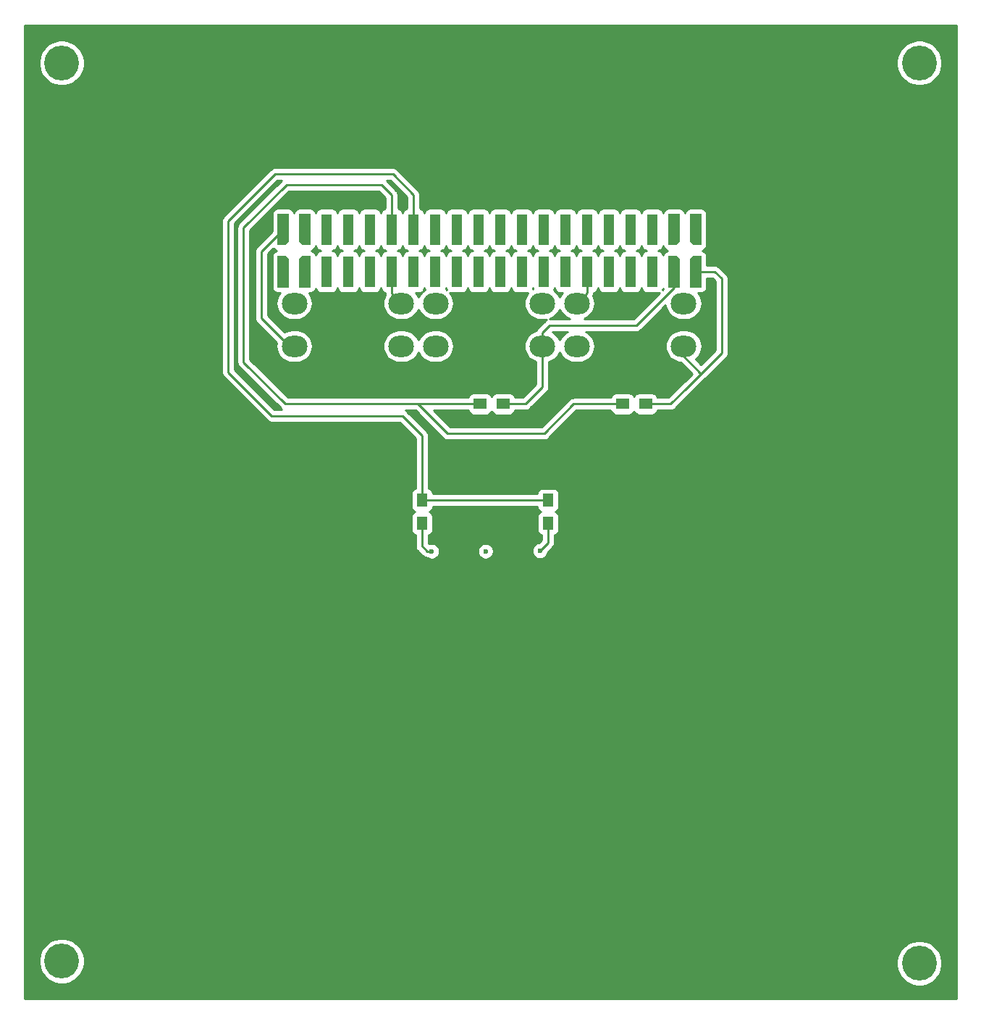
<source format=gbr>
%TF.GenerationSoftware,KiCad,Pcbnew,(5.1.9)-1*%
%TF.CreationDate,2025-05-03T12:54:25-07:00*%
%TF.ProjectId,RADA3K,52414441-334b-42e6-9b69-6361645f7063,rev?*%
%TF.SameCoordinates,Original*%
%TF.FileFunction,Copper,L4,Bot*%
%TF.FilePolarity,Positive*%
%FSLAX46Y46*%
G04 Gerber Fmt 4.6, Leading zero omitted, Abs format (unit mm)*
G04 Created by KiCad (PCBNEW (5.1.9)-1) date 2025-05-03 12:54:25*
%MOMM*%
%LPD*%
G01*
G04 APERTURE LIST*
%TA.AperFunction,SMDPad,CuDef*%
%ADD10R,1.300000X1.500000*%
%TD*%
%TA.AperFunction,ComponentPad*%
%ADD11O,3.000000X2.500000*%
%TD*%
%TA.AperFunction,SMDPad,CuDef*%
%ADD12C,0.100000*%
%TD*%
%TA.AperFunction,SMDPad,CuDef*%
%ADD13R,1.270000X3.680000*%
%TD*%
%TA.AperFunction,ComponentPad*%
%ADD14C,4.064000*%
%TD*%
%TA.AperFunction,SMDPad,CuDef*%
%ADD15R,1.500000X1.300000*%
%TD*%
%TA.AperFunction,ViaPad*%
%ADD16C,0.600000*%
%TD*%
%TA.AperFunction,Conductor*%
%ADD17C,0.250000*%
%TD*%
%TA.AperFunction,NonConductor*%
%ADD18C,0.254000*%
%TD*%
%TA.AperFunction,NonConductor*%
%ADD19C,0.100000*%
%TD*%
G04 APERTURE END LIST*
D10*
%TO.P,R4,1*%
%TO.N,/GPIO_1_24*%
X78900000Y-81400000D03*
%TO.P,R4,2*%
%TO.N,Net-(D1-Pad2)*%
X78900000Y-84100000D03*
%TD*%
%TO.P,R3,1*%
%TO.N,/GPIO_1_24*%
X93650000Y-81400000D03*
%TO.P,R3,2*%
%TO.N,Net-(D2-Pad2)*%
X93650000Y-84100000D03*
%TD*%
D11*
%TO.P,SW3,1*%
%TO.N,GND*%
X109505000Y-58400000D03*
%TO.P,SW3,2*%
%TO.N,/GPIO_1_1*%
X109505000Y-63400000D03*
%TO.P,SW3,1*%
%TO.N,GND*%
X97005000Y-58400000D03*
%TO.P,SW3,2*%
%TO.N,/GPIO_1_1*%
X97005000Y-63400000D03*
%TD*%
%TO.P,SW1,1*%
%TO.N,GND*%
X76485000Y-58400000D03*
%TO.P,SW1,2*%
%TO.N,/FPGA__RST*%
X76485000Y-63400000D03*
%TO.P,SW1,1*%
%TO.N,GND*%
X63985000Y-58400000D03*
%TO.P,SW1,2*%
%TO.N,/FPGA__RST*%
X63985000Y-63400000D03*
%TD*%
%TO.P,SW2,1*%
%TO.N,GND*%
X92995000Y-58400000D03*
%TO.P,SW2,2*%
%TO.N,/GPIO_1_3*%
X92995000Y-63400000D03*
%TO.P,SW2,1*%
%TO.N,GND*%
X80495000Y-58400000D03*
%TO.P,SW2,2*%
%TO.N,/GPIO_1_3*%
X80495000Y-63400000D03*
%TD*%
%TA.AperFunction,SMDPad,CuDef*%
D12*
%TO.P,J1,01*%
%TO.N,/FPGA__RST*%
G36*
X62034025Y-51599904D02*
G01*
X62033087Y-51599619D01*
X62032222Y-51599157D01*
X62031464Y-51598536D01*
X62030843Y-51597778D01*
X62030381Y-51596913D01*
X62030096Y-51595975D01*
X62030000Y-51595000D01*
X62030000Y-47915000D01*
X62030096Y-47914025D01*
X62030381Y-47913087D01*
X62030843Y-47912222D01*
X62031464Y-47911464D01*
X62032222Y-47910843D01*
X62033087Y-47910381D01*
X62034025Y-47910096D01*
X62035000Y-47910000D01*
X63305000Y-47910000D01*
X63305975Y-47910096D01*
X63306913Y-47910381D01*
X63307778Y-47910843D01*
X63308536Y-47911464D01*
X63309157Y-47912222D01*
X63309619Y-47913087D01*
X63309904Y-47914025D01*
X63310000Y-47915000D01*
X63310000Y-51235000D01*
X63309904Y-51235975D01*
X63309619Y-51236913D01*
X63309157Y-51237778D01*
X63308536Y-51238536D01*
X62948536Y-51598536D01*
X62947778Y-51599157D01*
X62946913Y-51599619D01*
X62945975Y-51599904D01*
X62945000Y-51600000D01*
X62035000Y-51600000D01*
X62034025Y-51599904D01*
G37*
%TD.AperFunction*%
%TA.AperFunction,SMDPad,CuDef*%
%TO.P,J1,02*%
%TO.N,/GPIO_1_35*%
G36*
X62034025Y-56549904D02*
G01*
X62033087Y-56549619D01*
X62032222Y-56549157D01*
X62031464Y-56548536D01*
X62030843Y-56547778D01*
X62030381Y-56546913D01*
X62030096Y-56545975D01*
X62030000Y-56545000D01*
X62030000Y-52865000D01*
X62030096Y-52864025D01*
X62030381Y-52863087D01*
X62030843Y-52862222D01*
X62031464Y-52861464D01*
X62032222Y-52860843D01*
X62033087Y-52860381D01*
X62034025Y-52860096D01*
X62035000Y-52860000D01*
X62945000Y-52860000D01*
X62945975Y-52860096D01*
X62946913Y-52860381D01*
X62947778Y-52860843D01*
X62948536Y-52861464D01*
X63308536Y-53221464D01*
X63309157Y-53222222D01*
X63309619Y-53223087D01*
X63309904Y-53224025D01*
X63310000Y-53225000D01*
X63310000Y-56545000D01*
X63309904Y-56545975D01*
X63309619Y-56546913D01*
X63309157Y-56547778D01*
X63308536Y-56548536D01*
X63307778Y-56549157D01*
X63306913Y-56549619D01*
X63305975Y-56549904D01*
X63305000Y-56550000D01*
X62035000Y-56550000D01*
X62034025Y-56549904D01*
G37*
%TD.AperFunction*%
%TA.AperFunction,SMDPad,CuDef*%
%TO.P,J1,03*%
%TO.N,/FPGA__NMI*%
G36*
X64934025Y-51599904D02*
G01*
X64933087Y-51599619D01*
X64932222Y-51599157D01*
X64931464Y-51598536D01*
X64571464Y-51238536D01*
X64570843Y-51237778D01*
X64570381Y-51236913D01*
X64570096Y-51235975D01*
X64570000Y-51235000D01*
X64570000Y-47915000D01*
X64570096Y-47914025D01*
X64570381Y-47913087D01*
X64570843Y-47912222D01*
X64571464Y-47911464D01*
X64572222Y-47910843D01*
X64573087Y-47910381D01*
X64574025Y-47910096D01*
X64575000Y-47910000D01*
X65845000Y-47910000D01*
X65845975Y-47910096D01*
X65846913Y-47910381D01*
X65847778Y-47910843D01*
X65848536Y-47911464D01*
X65849157Y-47912222D01*
X65849619Y-47913087D01*
X65849904Y-47914025D01*
X65850000Y-47915000D01*
X65850000Y-51595000D01*
X65849904Y-51595975D01*
X65849619Y-51596913D01*
X65849157Y-51597778D01*
X65848536Y-51598536D01*
X65847778Y-51599157D01*
X65846913Y-51599619D01*
X65845975Y-51599904D01*
X65845000Y-51600000D01*
X64935000Y-51600000D01*
X64934025Y-51599904D01*
G37*
%TD.AperFunction*%
%TA.AperFunction,SMDPad,CuDef*%
%TO.P,J1,04*%
%TO.N,/GPIO_1_33*%
G36*
X64574025Y-56549904D02*
G01*
X64573087Y-56549619D01*
X64572222Y-56549157D01*
X64571464Y-56548536D01*
X64570843Y-56547778D01*
X64570381Y-56546913D01*
X64570096Y-56545975D01*
X64570000Y-56545000D01*
X64570000Y-53225000D01*
X64570096Y-53224025D01*
X64570381Y-53223087D01*
X64570843Y-53222222D01*
X64571464Y-53221464D01*
X64931464Y-52861464D01*
X64932222Y-52860843D01*
X64933087Y-52860381D01*
X64934025Y-52860096D01*
X64935000Y-52860000D01*
X65845000Y-52860000D01*
X65845975Y-52860096D01*
X65846913Y-52860381D01*
X65847778Y-52860843D01*
X65848536Y-52861464D01*
X65849157Y-52862222D01*
X65849619Y-52863087D01*
X65849904Y-52864025D01*
X65850000Y-52865000D01*
X65850000Y-56545000D01*
X65849904Y-56545975D01*
X65849619Y-56546913D01*
X65849157Y-56547778D01*
X65848536Y-56548536D01*
X65847778Y-56549157D01*
X65846913Y-56549619D01*
X65845975Y-56549904D01*
X65845000Y-56550000D01*
X64575000Y-56550000D01*
X64574025Y-56549904D01*
G37*
%TD.AperFunction*%
D13*
%TO.P,J1,05*%
%TO.N,/GPIO_1_30*%
X67750000Y-49755000D03*
%TO.P,J1,06*%
%TO.N,/GPIO_1_31*%
X67750000Y-54705000D03*
%TO.P,J1,07*%
%TO.N,/GPIO_1_28*%
X70290000Y-49755000D03*
%TO.P,J1,08*%
%TO.N,/GPIO_1_29*%
X70290000Y-54705000D03*
%TO.P,J1,09*%
%TO.N,/GPIO_1_26*%
X72830000Y-49755000D03*
%TO.P,J1,10*%
%TO.N,/GPIO_1_27*%
X72830000Y-54705000D03*
%TO.P,J1,11*%
%TO.N,/FPGA_3V*%
X75370000Y-49755000D03*
%TO.P,J1,12*%
%TO.N,GND*%
X75370000Y-54705000D03*
%TO.P,J1,13*%
%TO.N,/GPIO_1_24*%
X77910000Y-49755000D03*
%TO.P,J1,14*%
%TO.N,/GPIO_1_25*%
X77910000Y-54705000D03*
%TO.P,J1,15*%
%TO.N,/GPIO_1_22*%
X80450000Y-49755000D03*
%TO.P,J1,16*%
%TO.N,/GPIO_1_23*%
X80450000Y-54705000D03*
%TO.P,J1,17*%
%TO.N,/GPIO_1_20*%
X82990000Y-49755000D03*
%TO.P,J1,18*%
%TO.N,/GPIO_1_21*%
X82990000Y-54705000D03*
%TO.P,J1,19*%
%TO.N,/GPIO_1_18*%
X85530000Y-49755000D03*
%TO.P,J1,20*%
%TO.N,/GPIO_1_19*%
X85530000Y-54705000D03*
%TO.P,J1,21*%
%TO.N,/GPIO_1_16*%
X88070000Y-49755000D03*
%TO.P,J1,22*%
%TO.N,/GPIO_1_17*%
X88070000Y-54705000D03*
%TO.P,J1,23*%
%TO.N,/GPIO_1_14*%
X90610000Y-49755000D03*
%TO.P,J1,24*%
%TO.N,/GPIO_1_15*%
X90610000Y-54705000D03*
%TO.P,J1,25*%
%TO.N,/GPIO_1_12*%
X93150000Y-49755000D03*
%TO.P,J1,26*%
%TO.N,/GPIO_1_13*%
X93150000Y-54705000D03*
%TO.P,J1,27*%
%TO.N,/GPIO_1_10*%
X95690000Y-49755000D03*
%TO.P,J1,28*%
%TO.N,/GPIO_1_11*%
X95690000Y-54705000D03*
%TO.P,J1,29*%
%TO.N,/FPGA_5V*%
X98230000Y-49755000D03*
%TO.P,J1,30*%
%TO.N,GND*%
X98230000Y-54705000D03*
%TO.P,J1,31*%
%TO.N,/GPIO_1_8*%
X100770000Y-49755000D03*
%TO.P,J1,32*%
%TO.N,/GPIO_1_9*%
X100770000Y-54705000D03*
%TO.P,J1,33*%
%TO.N,/GPIO_1_6*%
X103310000Y-49755000D03*
%TO.P,J1,34*%
%TO.N,/GPIO_1_7*%
X103310000Y-54705000D03*
%TO.P,J1,35*%
%TO.N,Net-(J1-Pad35)*%
X105850000Y-49755000D03*
%TO.P,J1,36*%
%TO.N,/GPIO_1_5*%
X105850000Y-54705000D03*
%TA.AperFunction,SMDPad,CuDef*%
D12*
%TO.P,J1,37*%
%TO.N,Net-(J1-Pad37)*%
G36*
X107754025Y-51599904D02*
G01*
X107753087Y-51599619D01*
X107752222Y-51599157D01*
X107751464Y-51598536D01*
X107750843Y-51597778D01*
X107750381Y-51596913D01*
X107750096Y-51595975D01*
X107750000Y-51595000D01*
X107750000Y-47915000D01*
X107750096Y-47914025D01*
X107750381Y-47913087D01*
X107750843Y-47912222D01*
X107751464Y-47911464D01*
X107752222Y-47910843D01*
X107753087Y-47910381D01*
X107754025Y-47910096D01*
X107755000Y-47910000D01*
X109025000Y-47910000D01*
X109025975Y-47910096D01*
X109026913Y-47910381D01*
X109027778Y-47910843D01*
X109028536Y-47911464D01*
X109029157Y-47912222D01*
X109029619Y-47913087D01*
X109029904Y-47914025D01*
X109030000Y-47915000D01*
X109030000Y-51235000D01*
X109029904Y-51235975D01*
X109029619Y-51236913D01*
X109029157Y-51237778D01*
X109028536Y-51238536D01*
X108668536Y-51598536D01*
X108667778Y-51599157D01*
X108666913Y-51599619D01*
X108665975Y-51599904D01*
X108665000Y-51600000D01*
X107755000Y-51600000D01*
X107754025Y-51599904D01*
G37*
%TD.AperFunction*%
%TA.AperFunction,SMDPad,CuDef*%
%TO.P,J1,38*%
%TO.N,/GPIO_1_3*%
G36*
X107754025Y-56549904D02*
G01*
X107753087Y-56549619D01*
X107752222Y-56549157D01*
X107751464Y-56548536D01*
X107750843Y-56547778D01*
X107750381Y-56546913D01*
X107750096Y-56545975D01*
X107750000Y-56545000D01*
X107750000Y-52865000D01*
X107750096Y-52864025D01*
X107750381Y-52863087D01*
X107750843Y-52862222D01*
X107751464Y-52861464D01*
X107752222Y-52860843D01*
X107753087Y-52860381D01*
X107754025Y-52860096D01*
X107755000Y-52860000D01*
X108665000Y-52860000D01*
X108665975Y-52860096D01*
X108666913Y-52860381D01*
X108667778Y-52860843D01*
X108668536Y-52861464D01*
X109028536Y-53221464D01*
X109029157Y-53222222D01*
X109029619Y-53223087D01*
X109029904Y-53224025D01*
X109030000Y-53225000D01*
X109030000Y-56545000D01*
X109029904Y-56545975D01*
X109029619Y-56546913D01*
X109029157Y-56547778D01*
X109028536Y-56548536D01*
X109027778Y-56549157D01*
X109026913Y-56549619D01*
X109025975Y-56549904D01*
X109025000Y-56550000D01*
X107755000Y-56550000D01*
X107754025Y-56549904D01*
G37*
%TD.AperFunction*%
%TA.AperFunction,SMDPad,CuDef*%
%TO.P,J1,39*%
%TO.N,Net-(J1-Pad39)*%
G36*
X110654025Y-51599904D02*
G01*
X110653087Y-51599619D01*
X110652222Y-51599157D01*
X110651464Y-51598536D01*
X110291464Y-51238536D01*
X110290843Y-51237778D01*
X110290381Y-51236913D01*
X110290096Y-51235975D01*
X110290000Y-51235000D01*
X110290000Y-47915000D01*
X110290096Y-47914025D01*
X110290381Y-47913087D01*
X110290843Y-47912222D01*
X110291464Y-47911464D01*
X110292222Y-47910843D01*
X110293087Y-47910381D01*
X110294025Y-47910096D01*
X110295000Y-47910000D01*
X111565000Y-47910000D01*
X111565975Y-47910096D01*
X111566913Y-47910381D01*
X111567778Y-47910843D01*
X111568536Y-47911464D01*
X111569157Y-47912222D01*
X111569619Y-47913087D01*
X111569904Y-47914025D01*
X111570000Y-47915000D01*
X111570000Y-51595000D01*
X111569904Y-51595975D01*
X111569619Y-51596913D01*
X111569157Y-51597778D01*
X111568536Y-51598536D01*
X111567778Y-51599157D01*
X111566913Y-51599619D01*
X111565975Y-51599904D01*
X111565000Y-51600000D01*
X110655000Y-51600000D01*
X110654025Y-51599904D01*
G37*
%TD.AperFunction*%
%TA.AperFunction,SMDPad,CuDef*%
%TO.P,J1,40*%
%TO.N,/GPIO_1_1*%
G36*
X110294025Y-56549904D02*
G01*
X110293087Y-56549619D01*
X110292222Y-56549157D01*
X110291464Y-56548536D01*
X110290843Y-56547778D01*
X110290381Y-56546913D01*
X110290096Y-56545975D01*
X110290000Y-56545000D01*
X110290000Y-53225000D01*
X110290096Y-53224025D01*
X110290381Y-53223087D01*
X110290843Y-53222222D01*
X110291464Y-53221464D01*
X110651464Y-52861464D01*
X110652222Y-52860843D01*
X110653087Y-52860381D01*
X110654025Y-52860096D01*
X110655000Y-52860000D01*
X111565000Y-52860000D01*
X111565975Y-52860096D01*
X111566913Y-52860381D01*
X111567778Y-52860843D01*
X111568536Y-52861464D01*
X111569157Y-52862222D01*
X111569619Y-52863087D01*
X111569904Y-52864025D01*
X111570000Y-52865000D01*
X111570000Y-56545000D01*
X111569904Y-56545975D01*
X111569619Y-56546913D01*
X111569157Y-56547778D01*
X111568536Y-56548536D01*
X111567778Y-56549157D01*
X111566913Y-56549619D01*
X111565975Y-56549904D01*
X111565000Y-56550000D01*
X110295000Y-56550000D01*
X110294025Y-56549904D01*
G37*
%TD.AperFunction*%
%TD*%
D14*
%TO.P,GND,1*%
%TO.N,N/C*%
X36791900Y-135242300D03*
%TD*%
%TO.P,GND,1*%
%TO.N,N/C*%
X137063972Y-135496300D03*
%TD*%
%TO.P,GND,1*%
%TO.N,N/C*%
X36791900Y-30314900D03*
%TD*%
%TO.P,GND,1*%
%TO.N,N/C*%
X137063972Y-30314900D03*
%TD*%
D15*
%TO.P,R2,1*%
%TO.N,/FPGA_3V*%
X85700000Y-70150000D03*
%TO.P,R2,2*%
%TO.N,/GPIO_1_3*%
X88400000Y-70150000D03*
%TD*%
%TO.P,R1,1*%
%TO.N,/FPGA_3V*%
X102350000Y-70150000D03*
%TO.P,R1,2*%
%TO.N,/GPIO_1_1*%
X105050000Y-70150000D03*
%TD*%
D16*
%TO.N,GND*%
X86350000Y-87350000D03*
%TO.N,Net-(D1-Pad2)*%
X80050000Y-87350000D03*
%TO.N,Net-(D2-Pad2)*%
X92700000Y-87300000D03*
%TD*%
D17*
%TO.N,GND*%
X98230000Y-57175000D02*
X97005000Y-58400000D01*
X98230000Y-54705000D02*
X98230000Y-57175000D01*
X75370000Y-57285000D02*
X76485000Y-58400000D01*
X75370000Y-54705000D02*
X75370000Y-57285000D01*
%TO.N,/FPGA__RST*%
X60130000Y-52295000D02*
X62670000Y-49755000D01*
X63400000Y-63400000D02*
X60130000Y-60130000D01*
X63985000Y-63400000D02*
X63400000Y-63400000D01*
X60130000Y-60130000D02*
X60130000Y-52295000D01*
%TO.N,/FPGA_3V*%
X58050000Y-49550000D02*
X63050000Y-44550000D01*
X63050000Y-44550000D02*
X74150000Y-44550000D01*
X75370000Y-45770000D02*
X75370000Y-49755000D01*
X74150000Y-44550000D02*
X75370000Y-45770000D01*
X62950000Y-70150000D02*
X58050000Y-65250000D01*
X58050000Y-65250000D02*
X58050000Y-49550000D01*
X102350000Y-70150000D02*
X96650000Y-70150000D01*
X96650000Y-70150000D02*
X93200000Y-73600000D01*
X81900000Y-73600000D02*
X78450000Y-70150000D01*
X93200000Y-73600000D02*
X81900000Y-73600000D01*
X78450000Y-70150000D02*
X62950000Y-70150000D01*
X85700000Y-70150000D02*
X78450000Y-70150000D01*
%TO.N,/GPIO_1_1*%
X110930000Y-54705000D02*
X113155000Y-54705000D01*
X113155000Y-54705000D02*
X113950000Y-55500000D01*
X113950000Y-55500000D02*
X113950000Y-64205000D01*
X108005000Y-70150000D02*
X110302500Y-67852500D01*
X105050000Y-70150000D02*
X108005000Y-70150000D01*
X110302500Y-67852500D02*
X109655000Y-68500000D01*
X109505000Y-64555000D02*
X111552500Y-66602500D01*
X111552500Y-66602500D02*
X110302500Y-67852500D01*
X109505000Y-63400000D02*
X109505000Y-64555000D01*
X113950000Y-64205000D02*
X111552500Y-66602500D01*
%TO.N,/GPIO_1_3*%
X108390000Y-56550000D02*
X108390000Y-54705000D01*
X108390000Y-56550000D02*
X103990000Y-60950000D01*
X103990000Y-60950000D02*
X93850000Y-60950000D01*
X92995000Y-61805000D02*
X92995000Y-63400000D01*
X93850000Y-60950000D02*
X92995000Y-61805000D01*
X92995000Y-63400000D02*
X92995000Y-68155000D01*
X91000000Y-70150000D02*
X88400000Y-70150000D01*
X92995000Y-68155000D02*
X91000000Y-70150000D01*
%TO.N,/GPIO_1_24*%
X93650000Y-81400000D02*
X78900000Y-81400000D01*
X78900000Y-81400000D02*
X78900000Y-73850000D01*
X78900000Y-73850000D02*
X76600000Y-71550000D01*
X76600000Y-71550000D02*
X61350000Y-71550000D01*
X61350000Y-71550000D02*
X56250000Y-66450000D01*
X56250000Y-66450000D02*
X56250000Y-48750000D01*
X56250000Y-48750000D02*
X61700000Y-43300000D01*
X61700000Y-43300000D02*
X75500000Y-43300000D01*
X77910000Y-45710000D02*
X77910000Y-49755000D01*
X75500000Y-43300000D02*
X77910000Y-45710000D01*
%TO.N,Net-(J1-Pad37)*%
X108605000Y-48895000D02*
X108804700Y-48895000D01*
%TO.N,Net-(D1-Pad2)*%
X80050000Y-87350000D02*
X79500000Y-87350000D01*
X78900000Y-86750000D02*
X78900000Y-84100000D01*
X79500000Y-87350000D02*
X78900000Y-86750000D01*
%TO.N,Net-(D2-Pad2)*%
X93650000Y-86350000D02*
X93650000Y-84100000D01*
X92700000Y-87300000D02*
X93650000Y-86350000D01*
%TD*%
D18*
X141433972Y-139612300D02*
X32421900Y-139612300D01*
X32421900Y-134979623D01*
X34124900Y-134979623D01*
X34124900Y-135504977D01*
X34227392Y-136020235D01*
X34428436Y-136505598D01*
X34720306Y-136942413D01*
X35091787Y-137313894D01*
X35528602Y-137605764D01*
X36013965Y-137806808D01*
X36529223Y-137909300D01*
X37054577Y-137909300D01*
X37569835Y-137806808D01*
X38055198Y-137605764D01*
X38492013Y-137313894D01*
X38863494Y-136942413D01*
X39155364Y-136505598D01*
X39356408Y-136020235D01*
X39458900Y-135504977D01*
X39458900Y-135233623D01*
X134396972Y-135233623D01*
X134396972Y-135758977D01*
X134499464Y-136274235D01*
X134700508Y-136759598D01*
X134992378Y-137196413D01*
X135363859Y-137567894D01*
X135800674Y-137859764D01*
X136286037Y-138060808D01*
X136801295Y-138163300D01*
X137326649Y-138163300D01*
X137841907Y-138060808D01*
X138327270Y-137859764D01*
X138764085Y-137567894D01*
X139135566Y-137196413D01*
X139427436Y-136759598D01*
X139628480Y-136274235D01*
X139730972Y-135758977D01*
X139730972Y-135233623D01*
X139628480Y-134718365D01*
X139427436Y-134233002D01*
X139135566Y-133796187D01*
X138764085Y-133424706D01*
X138327270Y-133132836D01*
X137841907Y-132931792D01*
X137326649Y-132829300D01*
X136801295Y-132829300D01*
X136286037Y-132931792D01*
X135800674Y-133132836D01*
X135363859Y-133424706D01*
X134992378Y-133796187D01*
X134700508Y-134233002D01*
X134499464Y-134718365D01*
X134396972Y-135233623D01*
X39458900Y-135233623D01*
X39458900Y-134979623D01*
X39356408Y-134464365D01*
X39155364Y-133979002D01*
X38863494Y-133542187D01*
X38492013Y-133170706D01*
X38055198Y-132878836D01*
X37569835Y-132677792D01*
X37054577Y-132575300D01*
X36529223Y-132575300D01*
X36013965Y-132677792D01*
X35528602Y-132878836D01*
X35091787Y-133170706D01*
X34720306Y-133542187D01*
X34428436Y-133979002D01*
X34227392Y-134464365D01*
X34124900Y-134979623D01*
X32421900Y-134979623D01*
X32421900Y-48750000D01*
X55486324Y-48750000D01*
X55490001Y-48787333D01*
X55490000Y-66412678D01*
X55486324Y-66450000D01*
X55490000Y-66487322D01*
X55490000Y-66487332D01*
X55500997Y-66598985D01*
X55544454Y-66742246D01*
X55615026Y-66874276D01*
X55654871Y-66922826D01*
X55709999Y-66990001D01*
X55739003Y-67013804D01*
X60786200Y-72061002D01*
X60809999Y-72090001D01*
X60925724Y-72184974D01*
X61057753Y-72255546D01*
X61201014Y-72299003D01*
X61312667Y-72310000D01*
X61312676Y-72310000D01*
X61349999Y-72313676D01*
X61387322Y-72310000D01*
X76285199Y-72310000D01*
X78140001Y-74164803D01*
X78140000Y-80022762D01*
X78125518Y-80024188D01*
X78005820Y-80060498D01*
X77895506Y-80119463D01*
X77798815Y-80198815D01*
X77719463Y-80295506D01*
X77660498Y-80405820D01*
X77624188Y-80525518D01*
X77611928Y-80650000D01*
X77611928Y-82150000D01*
X77624188Y-82274482D01*
X77660498Y-82394180D01*
X77719463Y-82504494D01*
X77798815Y-82601185D01*
X77895506Y-82680537D01*
X78005820Y-82739502D01*
X78040427Y-82750000D01*
X78005820Y-82760498D01*
X77895506Y-82819463D01*
X77798815Y-82898815D01*
X77719463Y-82995506D01*
X77660498Y-83105820D01*
X77624188Y-83225518D01*
X77611928Y-83350000D01*
X77611928Y-84850000D01*
X77624188Y-84974482D01*
X77660498Y-85094180D01*
X77719463Y-85204494D01*
X77798815Y-85301185D01*
X77895506Y-85380537D01*
X78005820Y-85439502D01*
X78125518Y-85475812D01*
X78140000Y-85477238D01*
X78140000Y-86712677D01*
X78136324Y-86750000D01*
X78140000Y-86787322D01*
X78140000Y-86787332D01*
X78150997Y-86898985D01*
X78194454Y-87042246D01*
X78265026Y-87174276D01*
X78286969Y-87201013D01*
X78359999Y-87290001D01*
X78389002Y-87313803D01*
X78936200Y-87861002D01*
X78959999Y-87890001D01*
X78988997Y-87913799D01*
X79075723Y-87984974D01*
X79152967Y-88026262D01*
X79207753Y-88055546D01*
X79351014Y-88099003D01*
X79462667Y-88110000D01*
X79462676Y-88110000D01*
X79499999Y-88113676D01*
X79508686Y-88112820D01*
X79607111Y-88178586D01*
X79777271Y-88249068D01*
X79957911Y-88285000D01*
X80142089Y-88285000D01*
X80322729Y-88249068D01*
X80492889Y-88178586D01*
X80646028Y-88076262D01*
X80776262Y-87946028D01*
X80878586Y-87792889D01*
X80949068Y-87622729D01*
X80985000Y-87442089D01*
X80985000Y-87257911D01*
X85415000Y-87257911D01*
X85415000Y-87442089D01*
X85450932Y-87622729D01*
X85521414Y-87792889D01*
X85623738Y-87946028D01*
X85753972Y-88076262D01*
X85907111Y-88178586D01*
X86077271Y-88249068D01*
X86257911Y-88285000D01*
X86442089Y-88285000D01*
X86622729Y-88249068D01*
X86792889Y-88178586D01*
X86946028Y-88076262D01*
X87076262Y-87946028D01*
X87178586Y-87792889D01*
X87249068Y-87622729D01*
X87285000Y-87442089D01*
X87285000Y-87257911D01*
X87249068Y-87077271D01*
X87178586Y-86907111D01*
X87076262Y-86753972D01*
X86946028Y-86623738D01*
X86792889Y-86521414D01*
X86622729Y-86450932D01*
X86442089Y-86415000D01*
X86257911Y-86415000D01*
X86077271Y-86450932D01*
X85907111Y-86521414D01*
X85753972Y-86623738D01*
X85623738Y-86753972D01*
X85521414Y-86907111D01*
X85450932Y-87077271D01*
X85415000Y-87257911D01*
X80985000Y-87257911D01*
X80949068Y-87077271D01*
X80878586Y-86907111D01*
X80776262Y-86753972D01*
X80646028Y-86623738D01*
X80492889Y-86521414D01*
X80322729Y-86450932D01*
X80142089Y-86415000D01*
X79957911Y-86415000D01*
X79777271Y-86450932D01*
X79705473Y-86480671D01*
X79660000Y-86435199D01*
X79660000Y-85477238D01*
X79674482Y-85475812D01*
X79794180Y-85439502D01*
X79904494Y-85380537D01*
X80001185Y-85301185D01*
X80080537Y-85204494D01*
X80139502Y-85094180D01*
X80175812Y-84974482D01*
X80188072Y-84850000D01*
X80188072Y-83350000D01*
X80175812Y-83225518D01*
X80139502Y-83105820D01*
X80080537Y-82995506D01*
X80001185Y-82898815D01*
X79904494Y-82819463D01*
X79794180Y-82760498D01*
X79759573Y-82750000D01*
X79794180Y-82739502D01*
X79904494Y-82680537D01*
X80001185Y-82601185D01*
X80080537Y-82504494D01*
X80139502Y-82394180D01*
X80175812Y-82274482D01*
X80187087Y-82160000D01*
X92362913Y-82160000D01*
X92374188Y-82274482D01*
X92410498Y-82394180D01*
X92469463Y-82504494D01*
X92548815Y-82601185D01*
X92645506Y-82680537D01*
X92755820Y-82739502D01*
X92790427Y-82750000D01*
X92755820Y-82760498D01*
X92645506Y-82819463D01*
X92548815Y-82898815D01*
X92469463Y-82995506D01*
X92410498Y-83105820D01*
X92374188Y-83225518D01*
X92361928Y-83350000D01*
X92361928Y-84850000D01*
X92374188Y-84974482D01*
X92410498Y-85094180D01*
X92469463Y-85204494D01*
X92548815Y-85301185D01*
X92645506Y-85380537D01*
X92755820Y-85439502D01*
X92875518Y-85475812D01*
X92890000Y-85477238D01*
X92890000Y-86035198D01*
X92548351Y-86376847D01*
X92427271Y-86400932D01*
X92257111Y-86471414D01*
X92103972Y-86573738D01*
X91973738Y-86703972D01*
X91871414Y-86857111D01*
X91800932Y-87027271D01*
X91765000Y-87207911D01*
X91765000Y-87392089D01*
X91800932Y-87572729D01*
X91871414Y-87742889D01*
X91973738Y-87896028D01*
X92103972Y-88026262D01*
X92257111Y-88128586D01*
X92427271Y-88199068D01*
X92607911Y-88235000D01*
X92792089Y-88235000D01*
X92972729Y-88199068D01*
X93142889Y-88128586D01*
X93296028Y-88026262D01*
X93426262Y-87896028D01*
X93528586Y-87742889D01*
X93599068Y-87572729D01*
X93623153Y-87451649D01*
X94161004Y-86913798D01*
X94190001Y-86890001D01*
X94255657Y-86809999D01*
X94284974Y-86774277D01*
X94355546Y-86642247D01*
X94355546Y-86642246D01*
X94399003Y-86498986D01*
X94410000Y-86387333D01*
X94410000Y-86387323D01*
X94413676Y-86350000D01*
X94410000Y-86312677D01*
X94410000Y-85477238D01*
X94424482Y-85475812D01*
X94544180Y-85439502D01*
X94654494Y-85380537D01*
X94751185Y-85301185D01*
X94830537Y-85204494D01*
X94889502Y-85094180D01*
X94925812Y-84974482D01*
X94938072Y-84850000D01*
X94938072Y-83350000D01*
X94925812Y-83225518D01*
X94889502Y-83105820D01*
X94830537Y-82995506D01*
X94751185Y-82898815D01*
X94654494Y-82819463D01*
X94544180Y-82760498D01*
X94509573Y-82750000D01*
X94544180Y-82739502D01*
X94654494Y-82680537D01*
X94751185Y-82601185D01*
X94830537Y-82504494D01*
X94889502Y-82394180D01*
X94925812Y-82274482D01*
X94938072Y-82150000D01*
X94938072Y-80650000D01*
X94925812Y-80525518D01*
X94889502Y-80405820D01*
X94830537Y-80295506D01*
X94751185Y-80198815D01*
X94654494Y-80119463D01*
X94544180Y-80060498D01*
X94424482Y-80024188D01*
X94300000Y-80011928D01*
X93000000Y-80011928D01*
X92875518Y-80024188D01*
X92755820Y-80060498D01*
X92645506Y-80119463D01*
X92548815Y-80198815D01*
X92469463Y-80295506D01*
X92410498Y-80405820D01*
X92374188Y-80525518D01*
X92362913Y-80640000D01*
X80187087Y-80640000D01*
X80175812Y-80525518D01*
X80139502Y-80405820D01*
X80080537Y-80295506D01*
X80001185Y-80198815D01*
X79904494Y-80119463D01*
X79794180Y-80060498D01*
X79674482Y-80024188D01*
X79660000Y-80022762D01*
X79660000Y-73887322D01*
X79663676Y-73849999D01*
X79660000Y-73812676D01*
X79660000Y-73812667D01*
X79649003Y-73701014D01*
X79605546Y-73557753D01*
X79534974Y-73425724D01*
X79440001Y-73309999D01*
X79411003Y-73286201D01*
X77163804Y-71039003D01*
X77140001Y-71009999D01*
X77024276Y-70915026D01*
X77014873Y-70910000D01*
X78135199Y-70910000D01*
X81336201Y-74111003D01*
X81359999Y-74140001D01*
X81475724Y-74234974D01*
X81607753Y-74305546D01*
X81751014Y-74349003D01*
X81862667Y-74360000D01*
X81862675Y-74360000D01*
X81900000Y-74363676D01*
X81937325Y-74360000D01*
X93162678Y-74360000D01*
X93200000Y-74363676D01*
X93237322Y-74360000D01*
X93237333Y-74360000D01*
X93348986Y-74349003D01*
X93492247Y-74305546D01*
X93624276Y-74234974D01*
X93740001Y-74140001D01*
X93763804Y-74110997D01*
X96964802Y-70910000D01*
X100972762Y-70910000D01*
X100974188Y-70924482D01*
X101010498Y-71044180D01*
X101069463Y-71154494D01*
X101148815Y-71251185D01*
X101245506Y-71330537D01*
X101355820Y-71389502D01*
X101475518Y-71425812D01*
X101600000Y-71438072D01*
X103100000Y-71438072D01*
X103224482Y-71425812D01*
X103344180Y-71389502D01*
X103454494Y-71330537D01*
X103551185Y-71251185D01*
X103630537Y-71154494D01*
X103689502Y-71044180D01*
X103700000Y-71009573D01*
X103710498Y-71044180D01*
X103769463Y-71154494D01*
X103848815Y-71251185D01*
X103945506Y-71330537D01*
X104055820Y-71389502D01*
X104175518Y-71425812D01*
X104300000Y-71438072D01*
X105800000Y-71438072D01*
X105924482Y-71425812D01*
X106044180Y-71389502D01*
X106154494Y-71330537D01*
X106251185Y-71251185D01*
X106330537Y-71154494D01*
X106389502Y-71044180D01*
X106425812Y-70924482D01*
X106427238Y-70910000D01*
X107967678Y-70910000D01*
X108005000Y-70913676D01*
X108042322Y-70910000D01*
X108042333Y-70910000D01*
X108153986Y-70899003D01*
X108297247Y-70855546D01*
X108429276Y-70784974D01*
X108545001Y-70690001D01*
X108568804Y-70660997D01*
X110866299Y-68363503D01*
X110866303Y-68363498D01*
X112063513Y-67166289D01*
X112092500Y-67142500D01*
X112116289Y-67113513D01*
X112116299Y-67113503D01*
X112116303Y-67113498D01*
X114461003Y-64768799D01*
X114490001Y-64745001D01*
X114538257Y-64686201D01*
X114584974Y-64629277D01*
X114655546Y-64497247D01*
X114683220Y-64406015D01*
X114699003Y-64353986D01*
X114710000Y-64242333D01*
X114710000Y-64242323D01*
X114713676Y-64205001D01*
X114710000Y-64167678D01*
X114710000Y-55537325D01*
X114713676Y-55500000D01*
X114710000Y-55462675D01*
X114710000Y-55462667D01*
X114699003Y-55351014D01*
X114655546Y-55207753D01*
X114584974Y-55075724D01*
X114490001Y-54959999D01*
X114461004Y-54936202D01*
X113718803Y-54194002D01*
X113695001Y-54164999D01*
X113579276Y-54070026D01*
X113447247Y-53999454D01*
X113303986Y-53955997D01*
X113192333Y-53945000D01*
X113192322Y-53945000D01*
X113155000Y-53941324D01*
X113117678Y-53945000D01*
X112208072Y-53945000D01*
X112208072Y-52865000D01*
X112205001Y-52802477D01*
X112204905Y-52801502D01*
X112180417Y-52678528D01*
X112180132Y-52677590D01*
X112132443Y-52562480D01*
X112131981Y-52561615D01*
X112062736Y-52457852D01*
X112062115Y-52457094D01*
X111972906Y-52367885D01*
X111972148Y-52367264D01*
X111868385Y-52298019D01*
X111867520Y-52297557D01*
X111752410Y-52249868D01*
X111751472Y-52249583D01*
X111653130Y-52230000D01*
X111751472Y-52210417D01*
X111752410Y-52210132D01*
X111867520Y-52162443D01*
X111868385Y-52161981D01*
X111972148Y-52092736D01*
X111972906Y-52092115D01*
X112062115Y-52002906D01*
X112062736Y-52002148D01*
X112131981Y-51898385D01*
X112132443Y-51897520D01*
X112180132Y-51782410D01*
X112180417Y-51781472D01*
X112204905Y-51658498D01*
X112205001Y-51657523D01*
X112208072Y-51595000D01*
X112208072Y-47915000D01*
X112205001Y-47852477D01*
X112204905Y-47851502D01*
X112180417Y-47728528D01*
X112180132Y-47727590D01*
X112132443Y-47612480D01*
X112131981Y-47611615D01*
X112062736Y-47507852D01*
X112062115Y-47507094D01*
X111972906Y-47417885D01*
X111972148Y-47417264D01*
X111868385Y-47348019D01*
X111867520Y-47347557D01*
X111752410Y-47299868D01*
X111751472Y-47299583D01*
X111628498Y-47275095D01*
X111627523Y-47274999D01*
X111565000Y-47271928D01*
X110295000Y-47271928D01*
X110232477Y-47274999D01*
X110231502Y-47275095D01*
X110108528Y-47299583D01*
X110107590Y-47299868D01*
X109992480Y-47347557D01*
X109991615Y-47348019D01*
X109887852Y-47417264D01*
X109887094Y-47417885D01*
X109797885Y-47507094D01*
X109797264Y-47507852D01*
X109728019Y-47611615D01*
X109727557Y-47612480D01*
X109679868Y-47727590D01*
X109679583Y-47728528D01*
X109660000Y-47826870D01*
X109640417Y-47728528D01*
X109640132Y-47727590D01*
X109592443Y-47612480D01*
X109591981Y-47611615D01*
X109522736Y-47507852D01*
X109522115Y-47507094D01*
X109432906Y-47417885D01*
X109432148Y-47417264D01*
X109328385Y-47348019D01*
X109327520Y-47347557D01*
X109212410Y-47299868D01*
X109211472Y-47299583D01*
X109088498Y-47275095D01*
X109087523Y-47274999D01*
X109025000Y-47271928D01*
X107755000Y-47271928D01*
X107692477Y-47274999D01*
X107691502Y-47275095D01*
X107568528Y-47299583D01*
X107567590Y-47299868D01*
X107452480Y-47347557D01*
X107451615Y-47348019D01*
X107347852Y-47417264D01*
X107347094Y-47417885D01*
X107257885Y-47507094D01*
X107257264Y-47507852D01*
X107188019Y-47611615D01*
X107187557Y-47612480D01*
X107139868Y-47727590D01*
X107139583Y-47728528D01*
X107116248Y-47845712D01*
X107110812Y-47790518D01*
X107074502Y-47670820D01*
X107015537Y-47560506D01*
X106936185Y-47463815D01*
X106839494Y-47384463D01*
X106729180Y-47325498D01*
X106609482Y-47289188D01*
X106485000Y-47276928D01*
X105215000Y-47276928D01*
X105090518Y-47289188D01*
X104970820Y-47325498D01*
X104860506Y-47384463D01*
X104763815Y-47463815D01*
X104684463Y-47560506D01*
X104625498Y-47670820D01*
X104589188Y-47790518D01*
X104580000Y-47883808D01*
X104570812Y-47790518D01*
X104534502Y-47670820D01*
X104475537Y-47560506D01*
X104396185Y-47463815D01*
X104299494Y-47384463D01*
X104189180Y-47325498D01*
X104069482Y-47289188D01*
X103945000Y-47276928D01*
X102675000Y-47276928D01*
X102550518Y-47289188D01*
X102430820Y-47325498D01*
X102320506Y-47384463D01*
X102223815Y-47463815D01*
X102144463Y-47560506D01*
X102085498Y-47670820D01*
X102049188Y-47790518D01*
X102040000Y-47883808D01*
X102030812Y-47790518D01*
X101994502Y-47670820D01*
X101935537Y-47560506D01*
X101856185Y-47463815D01*
X101759494Y-47384463D01*
X101649180Y-47325498D01*
X101529482Y-47289188D01*
X101405000Y-47276928D01*
X100135000Y-47276928D01*
X100010518Y-47289188D01*
X99890820Y-47325498D01*
X99780506Y-47384463D01*
X99683815Y-47463815D01*
X99604463Y-47560506D01*
X99545498Y-47670820D01*
X99509188Y-47790518D01*
X99500000Y-47883808D01*
X99490812Y-47790518D01*
X99454502Y-47670820D01*
X99395537Y-47560506D01*
X99316185Y-47463815D01*
X99219494Y-47384463D01*
X99109180Y-47325498D01*
X98989482Y-47289188D01*
X98865000Y-47276928D01*
X97595000Y-47276928D01*
X97470518Y-47289188D01*
X97350820Y-47325498D01*
X97240506Y-47384463D01*
X97143815Y-47463815D01*
X97064463Y-47560506D01*
X97005498Y-47670820D01*
X96969188Y-47790518D01*
X96960000Y-47883808D01*
X96950812Y-47790518D01*
X96914502Y-47670820D01*
X96855537Y-47560506D01*
X96776185Y-47463815D01*
X96679494Y-47384463D01*
X96569180Y-47325498D01*
X96449482Y-47289188D01*
X96325000Y-47276928D01*
X95055000Y-47276928D01*
X94930518Y-47289188D01*
X94810820Y-47325498D01*
X94700506Y-47384463D01*
X94603815Y-47463815D01*
X94524463Y-47560506D01*
X94465498Y-47670820D01*
X94429188Y-47790518D01*
X94420000Y-47883808D01*
X94410812Y-47790518D01*
X94374502Y-47670820D01*
X94315537Y-47560506D01*
X94236185Y-47463815D01*
X94139494Y-47384463D01*
X94029180Y-47325498D01*
X93909482Y-47289188D01*
X93785000Y-47276928D01*
X92515000Y-47276928D01*
X92390518Y-47289188D01*
X92270820Y-47325498D01*
X92160506Y-47384463D01*
X92063815Y-47463815D01*
X91984463Y-47560506D01*
X91925498Y-47670820D01*
X91889188Y-47790518D01*
X91880000Y-47883808D01*
X91870812Y-47790518D01*
X91834502Y-47670820D01*
X91775537Y-47560506D01*
X91696185Y-47463815D01*
X91599494Y-47384463D01*
X91489180Y-47325498D01*
X91369482Y-47289188D01*
X91245000Y-47276928D01*
X89975000Y-47276928D01*
X89850518Y-47289188D01*
X89730820Y-47325498D01*
X89620506Y-47384463D01*
X89523815Y-47463815D01*
X89444463Y-47560506D01*
X89385498Y-47670820D01*
X89349188Y-47790518D01*
X89340000Y-47883808D01*
X89330812Y-47790518D01*
X89294502Y-47670820D01*
X89235537Y-47560506D01*
X89156185Y-47463815D01*
X89059494Y-47384463D01*
X88949180Y-47325498D01*
X88829482Y-47289188D01*
X88705000Y-47276928D01*
X87435000Y-47276928D01*
X87310518Y-47289188D01*
X87190820Y-47325498D01*
X87080506Y-47384463D01*
X86983815Y-47463815D01*
X86904463Y-47560506D01*
X86845498Y-47670820D01*
X86809188Y-47790518D01*
X86800000Y-47883808D01*
X86790812Y-47790518D01*
X86754502Y-47670820D01*
X86695537Y-47560506D01*
X86616185Y-47463815D01*
X86519494Y-47384463D01*
X86409180Y-47325498D01*
X86289482Y-47289188D01*
X86165000Y-47276928D01*
X84895000Y-47276928D01*
X84770518Y-47289188D01*
X84650820Y-47325498D01*
X84540506Y-47384463D01*
X84443815Y-47463815D01*
X84364463Y-47560506D01*
X84305498Y-47670820D01*
X84269188Y-47790518D01*
X84260000Y-47883808D01*
X84250812Y-47790518D01*
X84214502Y-47670820D01*
X84155537Y-47560506D01*
X84076185Y-47463815D01*
X83979494Y-47384463D01*
X83869180Y-47325498D01*
X83749482Y-47289188D01*
X83625000Y-47276928D01*
X82355000Y-47276928D01*
X82230518Y-47289188D01*
X82110820Y-47325498D01*
X82000506Y-47384463D01*
X81903815Y-47463815D01*
X81824463Y-47560506D01*
X81765498Y-47670820D01*
X81729188Y-47790518D01*
X81720000Y-47883808D01*
X81710812Y-47790518D01*
X81674502Y-47670820D01*
X81615537Y-47560506D01*
X81536185Y-47463815D01*
X81439494Y-47384463D01*
X81329180Y-47325498D01*
X81209482Y-47289188D01*
X81085000Y-47276928D01*
X79815000Y-47276928D01*
X79690518Y-47289188D01*
X79570820Y-47325498D01*
X79460506Y-47384463D01*
X79363815Y-47463815D01*
X79284463Y-47560506D01*
X79225498Y-47670820D01*
X79189188Y-47790518D01*
X79180000Y-47883808D01*
X79170812Y-47790518D01*
X79134502Y-47670820D01*
X79075537Y-47560506D01*
X78996185Y-47463815D01*
X78899494Y-47384463D01*
X78789180Y-47325498D01*
X78670000Y-47289345D01*
X78670000Y-45747325D01*
X78673676Y-45710000D01*
X78670000Y-45672675D01*
X78670000Y-45672667D01*
X78659003Y-45561014D01*
X78615546Y-45417753D01*
X78544974Y-45285724D01*
X78450001Y-45169999D01*
X78421004Y-45146202D01*
X76063804Y-42789003D01*
X76040001Y-42759999D01*
X75924276Y-42665026D01*
X75792247Y-42594454D01*
X75648986Y-42550997D01*
X75537333Y-42540000D01*
X75537322Y-42540000D01*
X75500000Y-42536324D01*
X75462678Y-42540000D01*
X61737323Y-42540000D01*
X61700000Y-42536324D01*
X61662677Y-42540000D01*
X61662667Y-42540000D01*
X61551014Y-42550997D01*
X61407753Y-42594454D01*
X61275723Y-42665026D01*
X61192083Y-42733668D01*
X61159999Y-42759999D01*
X61136201Y-42788997D01*
X55738998Y-48186201D01*
X55710000Y-48209999D01*
X55686202Y-48238997D01*
X55686201Y-48238998D01*
X55615026Y-48325724D01*
X55544454Y-48457754D01*
X55500998Y-48601015D01*
X55486324Y-48750000D01*
X32421900Y-48750000D01*
X32421900Y-30052223D01*
X34124900Y-30052223D01*
X34124900Y-30577577D01*
X34227392Y-31092835D01*
X34428436Y-31578198D01*
X34720306Y-32015013D01*
X35091787Y-32386494D01*
X35528602Y-32678364D01*
X36013965Y-32879408D01*
X36529223Y-32981900D01*
X37054577Y-32981900D01*
X37569835Y-32879408D01*
X38055198Y-32678364D01*
X38492013Y-32386494D01*
X38863494Y-32015013D01*
X39155364Y-31578198D01*
X39356408Y-31092835D01*
X39458900Y-30577577D01*
X39458900Y-30052223D01*
X134396972Y-30052223D01*
X134396972Y-30577577D01*
X134499464Y-31092835D01*
X134700508Y-31578198D01*
X134992378Y-32015013D01*
X135363859Y-32386494D01*
X135800674Y-32678364D01*
X136286037Y-32879408D01*
X136801295Y-32981900D01*
X137326649Y-32981900D01*
X137841907Y-32879408D01*
X138327270Y-32678364D01*
X138764085Y-32386494D01*
X139135566Y-32015013D01*
X139427436Y-31578198D01*
X139628480Y-31092835D01*
X139730972Y-30577577D01*
X139730972Y-30052223D01*
X139628480Y-29536965D01*
X139427436Y-29051602D01*
X139135566Y-28614787D01*
X138764085Y-28243306D01*
X138327270Y-27951436D01*
X137841907Y-27750392D01*
X137326649Y-27647900D01*
X136801295Y-27647900D01*
X136286037Y-27750392D01*
X135800674Y-27951436D01*
X135363859Y-28243306D01*
X134992378Y-28614787D01*
X134700508Y-29051602D01*
X134499464Y-29536965D01*
X134396972Y-30052223D01*
X39458900Y-30052223D01*
X39356408Y-29536965D01*
X39155364Y-29051602D01*
X38863494Y-28614787D01*
X38492013Y-28243306D01*
X38055198Y-27951436D01*
X37569835Y-27750392D01*
X37054577Y-27647900D01*
X36529223Y-27647900D01*
X36013965Y-27750392D01*
X35528602Y-27951436D01*
X35091787Y-28243306D01*
X34720306Y-28614787D01*
X34428436Y-29051602D01*
X34227392Y-29536965D01*
X34124900Y-30052223D01*
X32421900Y-30052223D01*
X32421900Y-25944900D01*
X141433973Y-25944900D01*
X141433972Y-139612300D01*
%TA.AperFunction,NonConductor*%
D19*
G36*
X141433972Y-139612300D02*
G01*
X32421900Y-139612300D01*
X32421900Y-134979623D01*
X34124900Y-134979623D01*
X34124900Y-135504977D01*
X34227392Y-136020235D01*
X34428436Y-136505598D01*
X34720306Y-136942413D01*
X35091787Y-137313894D01*
X35528602Y-137605764D01*
X36013965Y-137806808D01*
X36529223Y-137909300D01*
X37054577Y-137909300D01*
X37569835Y-137806808D01*
X38055198Y-137605764D01*
X38492013Y-137313894D01*
X38863494Y-136942413D01*
X39155364Y-136505598D01*
X39356408Y-136020235D01*
X39458900Y-135504977D01*
X39458900Y-135233623D01*
X134396972Y-135233623D01*
X134396972Y-135758977D01*
X134499464Y-136274235D01*
X134700508Y-136759598D01*
X134992378Y-137196413D01*
X135363859Y-137567894D01*
X135800674Y-137859764D01*
X136286037Y-138060808D01*
X136801295Y-138163300D01*
X137326649Y-138163300D01*
X137841907Y-138060808D01*
X138327270Y-137859764D01*
X138764085Y-137567894D01*
X139135566Y-137196413D01*
X139427436Y-136759598D01*
X139628480Y-136274235D01*
X139730972Y-135758977D01*
X139730972Y-135233623D01*
X139628480Y-134718365D01*
X139427436Y-134233002D01*
X139135566Y-133796187D01*
X138764085Y-133424706D01*
X138327270Y-133132836D01*
X137841907Y-132931792D01*
X137326649Y-132829300D01*
X136801295Y-132829300D01*
X136286037Y-132931792D01*
X135800674Y-133132836D01*
X135363859Y-133424706D01*
X134992378Y-133796187D01*
X134700508Y-134233002D01*
X134499464Y-134718365D01*
X134396972Y-135233623D01*
X39458900Y-135233623D01*
X39458900Y-134979623D01*
X39356408Y-134464365D01*
X39155364Y-133979002D01*
X38863494Y-133542187D01*
X38492013Y-133170706D01*
X38055198Y-132878836D01*
X37569835Y-132677792D01*
X37054577Y-132575300D01*
X36529223Y-132575300D01*
X36013965Y-132677792D01*
X35528602Y-132878836D01*
X35091787Y-133170706D01*
X34720306Y-133542187D01*
X34428436Y-133979002D01*
X34227392Y-134464365D01*
X34124900Y-134979623D01*
X32421900Y-134979623D01*
X32421900Y-48750000D01*
X55486324Y-48750000D01*
X55490001Y-48787333D01*
X55490000Y-66412678D01*
X55486324Y-66450000D01*
X55490000Y-66487322D01*
X55490000Y-66487332D01*
X55500997Y-66598985D01*
X55544454Y-66742246D01*
X55615026Y-66874276D01*
X55654871Y-66922826D01*
X55709999Y-66990001D01*
X55739003Y-67013804D01*
X60786200Y-72061002D01*
X60809999Y-72090001D01*
X60925724Y-72184974D01*
X61057753Y-72255546D01*
X61201014Y-72299003D01*
X61312667Y-72310000D01*
X61312676Y-72310000D01*
X61349999Y-72313676D01*
X61387322Y-72310000D01*
X76285199Y-72310000D01*
X78140001Y-74164803D01*
X78140000Y-80022762D01*
X78125518Y-80024188D01*
X78005820Y-80060498D01*
X77895506Y-80119463D01*
X77798815Y-80198815D01*
X77719463Y-80295506D01*
X77660498Y-80405820D01*
X77624188Y-80525518D01*
X77611928Y-80650000D01*
X77611928Y-82150000D01*
X77624188Y-82274482D01*
X77660498Y-82394180D01*
X77719463Y-82504494D01*
X77798815Y-82601185D01*
X77895506Y-82680537D01*
X78005820Y-82739502D01*
X78040427Y-82750000D01*
X78005820Y-82760498D01*
X77895506Y-82819463D01*
X77798815Y-82898815D01*
X77719463Y-82995506D01*
X77660498Y-83105820D01*
X77624188Y-83225518D01*
X77611928Y-83350000D01*
X77611928Y-84850000D01*
X77624188Y-84974482D01*
X77660498Y-85094180D01*
X77719463Y-85204494D01*
X77798815Y-85301185D01*
X77895506Y-85380537D01*
X78005820Y-85439502D01*
X78125518Y-85475812D01*
X78140000Y-85477238D01*
X78140000Y-86712677D01*
X78136324Y-86750000D01*
X78140000Y-86787322D01*
X78140000Y-86787332D01*
X78150997Y-86898985D01*
X78194454Y-87042246D01*
X78265026Y-87174276D01*
X78286969Y-87201013D01*
X78359999Y-87290001D01*
X78389002Y-87313803D01*
X78936200Y-87861002D01*
X78959999Y-87890001D01*
X78988997Y-87913799D01*
X79075723Y-87984974D01*
X79152967Y-88026262D01*
X79207753Y-88055546D01*
X79351014Y-88099003D01*
X79462667Y-88110000D01*
X79462676Y-88110000D01*
X79499999Y-88113676D01*
X79508686Y-88112820D01*
X79607111Y-88178586D01*
X79777271Y-88249068D01*
X79957911Y-88285000D01*
X80142089Y-88285000D01*
X80322729Y-88249068D01*
X80492889Y-88178586D01*
X80646028Y-88076262D01*
X80776262Y-87946028D01*
X80878586Y-87792889D01*
X80949068Y-87622729D01*
X80985000Y-87442089D01*
X80985000Y-87257911D01*
X85415000Y-87257911D01*
X85415000Y-87442089D01*
X85450932Y-87622729D01*
X85521414Y-87792889D01*
X85623738Y-87946028D01*
X85753972Y-88076262D01*
X85907111Y-88178586D01*
X86077271Y-88249068D01*
X86257911Y-88285000D01*
X86442089Y-88285000D01*
X86622729Y-88249068D01*
X86792889Y-88178586D01*
X86946028Y-88076262D01*
X87076262Y-87946028D01*
X87178586Y-87792889D01*
X87249068Y-87622729D01*
X87285000Y-87442089D01*
X87285000Y-87257911D01*
X87249068Y-87077271D01*
X87178586Y-86907111D01*
X87076262Y-86753972D01*
X86946028Y-86623738D01*
X86792889Y-86521414D01*
X86622729Y-86450932D01*
X86442089Y-86415000D01*
X86257911Y-86415000D01*
X86077271Y-86450932D01*
X85907111Y-86521414D01*
X85753972Y-86623738D01*
X85623738Y-86753972D01*
X85521414Y-86907111D01*
X85450932Y-87077271D01*
X85415000Y-87257911D01*
X80985000Y-87257911D01*
X80949068Y-87077271D01*
X80878586Y-86907111D01*
X80776262Y-86753972D01*
X80646028Y-86623738D01*
X80492889Y-86521414D01*
X80322729Y-86450932D01*
X80142089Y-86415000D01*
X79957911Y-86415000D01*
X79777271Y-86450932D01*
X79705473Y-86480671D01*
X79660000Y-86435199D01*
X79660000Y-85477238D01*
X79674482Y-85475812D01*
X79794180Y-85439502D01*
X79904494Y-85380537D01*
X80001185Y-85301185D01*
X80080537Y-85204494D01*
X80139502Y-85094180D01*
X80175812Y-84974482D01*
X80188072Y-84850000D01*
X80188072Y-83350000D01*
X80175812Y-83225518D01*
X80139502Y-83105820D01*
X80080537Y-82995506D01*
X80001185Y-82898815D01*
X79904494Y-82819463D01*
X79794180Y-82760498D01*
X79759573Y-82750000D01*
X79794180Y-82739502D01*
X79904494Y-82680537D01*
X80001185Y-82601185D01*
X80080537Y-82504494D01*
X80139502Y-82394180D01*
X80175812Y-82274482D01*
X80187087Y-82160000D01*
X92362913Y-82160000D01*
X92374188Y-82274482D01*
X92410498Y-82394180D01*
X92469463Y-82504494D01*
X92548815Y-82601185D01*
X92645506Y-82680537D01*
X92755820Y-82739502D01*
X92790427Y-82750000D01*
X92755820Y-82760498D01*
X92645506Y-82819463D01*
X92548815Y-82898815D01*
X92469463Y-82995506D01*
X92410498Y-83105820D01*
X92374188Y-83225518D01*
X92361928Y-83350000D01*
X92361928Y-84850000D01*
X92374188Y-84974482D01*
X92410498Y-85094180D01*
X92469463Y-85204494D01*
X92548815Y-85301185D01*
X92645506Y-85380537D01*
X92755820Y-85439502D01*
X92875518Y-85475812D01*
X92890000Y-85477238D01*
X92890000Y-86035198D01*
X92548351Y-86376847D01*
X92427271Y-86400932D01*
X92257111Y-86471414D01*
X92103972Y-86573738D01*
X91973738Y-86703972D01*
X91871414Y-86857111D01*
X91800932Y-87027271D01*
X91765000Y-87207911D01*
X91765000Y-87392089D01*
X91800932Y-87572729D01*
X91871414Y-87742889D01*
X91973738Y-87896028D01*
X92103972Y-88026262D01*
X92257111Y-88128586D01*
X92427271Y-88199068D01*
X92607911Y-88235000D01*
X92792089Y-88235000D01*
X92972729Y-88199068D01*
X93142889Y-88128586D01*
X93296028Y-88026262D01*
X93426262Y-87896028D01*
X93528586Y-87742889D01*
X93599068Y-87572729D01*
X93623153Y-87451649D01*
X94161004Y-86913798D01*
X94190001Y-86890001D01*
X94255657Y-86809999D01*
X94284974Y-86774277D01*
X94355546Y-86642247D01*
X94355546Y-86642246D01*
X94399003Y-86498986D01*
X94410000Y-86387333D01*
X94410000Y-86387323D01*
X94413676Y-86350000D01*
X94410000Y-86312677D01*
X94410000Y-85477238D01*
X94424482Y-85475812D01*
X94544180Y-85439502D01*
X94654494Y-85380537D01*
X94751185Y-85301185D01*
X94830537Y-85204494D01*
X94889502Y-85094180D01*
X94925812Y-84974482D01*
X94938072Y-84850000D01*
X94938072Y-83350000D01*
X94925812Y-83225518D01*
X94889502Y-83105820D01*
X94830537Y-82995506D01*
X94751185Y-82898815D01*
X94654494Y-82819463D01*
X94544180Y-82760498D01*
X94509573Y-82750000D01*
X94544180Y-82739502D01*
X94654494Y-82680537D01*
X94751185Y-82601185D01*
X94830537Y-82504494D01*
X94889502Y-82394180D01*
X94925812Y-82274482D01*
X94938072Y-82150000D01*
X94938072Y-80650000D01*
X94925812Y-80525518D01*
X94889502Y-80405820D01*
X94830537Y-80295506D01*
X94751185Y-80198815D01*
X94654494Y-80119463D01*
X94544180Y-80060498D01*
X94424482Y-80024188D01*
X94300000Y-80011928D01*
X93000000Y-80011928D01*
X92875518Y-80024188D01*
X92755820Y-80060498D01*
X92645506Y-80119463D01*
X92548815Y-80198815D01*
X92469463Y-80295506D01*
X92410498Y-80405820D01*
X92374188Y-80525518D01*
X92362913Y-80640000D01*
X80187087Y-80640000D01*
X80175812Y-80525518D01*
X80139502Y-80405820D01*
X80080537Y-80295506D01*
X80001185Y-80198815D01*
X79904494Y-80119463D01*
X79794180Y-80060498D01*
X79674482Y-80024188D01*
X79660000Y-80022762D01*
X79660000Y-73887322D01*
X79663676Y-73849999D01*
X79660000Y-73812676D01*
X79660000Y-73812667D01*
X79649003Y-73701014D01*
X79605546Y-73557753D01*
X79534974Y-73425724D01*
X79440001Y-73309999D01*
X79411003Y-73286201D01*
X77163804Y-71039003D01*
X77140001Y-71009999D01*
X77024276Y-70915026D01*
X77014873Y-70910000D01*
X78135199Y-70910000D01*
X81336201Y-74111003D01*
X81359999Y-74140001D01*
X81475724Y-74234974D01*
X81607753Y-74305546D01*
X81751014Y-74349003D01*
X81862667Y-74360000D01*
X81862675Y-74360000D01*
X81900000Y-74363676D01*
X81937325Y-74360000D01*
X93162678Y-74360000D01*
X93200000Y-74363676D01*
X93237322Y-74360000D01*
X93237333Y-74360000D01*
X93348986Y-74349003D01*
X93492247Y-74305546D01*
X93624276Y-74234974D01*
X93740001Y-74140001D01*
X93763804Y-74110997D01*
X96964802Y-70910000D01*
X100972762Y-70910000D01*
X100974188Y-70924482D01*
X101010498Y-71044180D01*
X101069463Y-71154494D01*
X101148815Y-71251185D01*
X101245506Y-71330537D01*
X101355820Y-71389502D01*
X101475518Y-71425812D01*
X101600000Y-71438072D01*
X103100000Y-71438072D01*
X103224482Y-71425812D01*
X103344180Y-71389502D01*
X103454494Y-71330537D01*
X103551185Y-71251185D01*
X103630537Y-71154494D01*
X103689502Y-71044180D01*
X103700000Y-71009573D01*
X103710498Y-71044180D01*
X103769463Y-71154494D01*
X103848815Y-71251185D01*
X103945506Y-71330537D01*
X104055820Y-71389502D01*
X104175518Y-71425812D01*
X104300000Y-71438072D01*
X105800000Y-71438072D01*
X105924482Y-71425812D01*
X106044180Y-71389502D01*
X106154494Y-71330537D01*
X106251185Y-71251185D01*
X106330537Y-71154494D01*
X106389502Y-71044180D01*
X106425812Y-70924482D01*
X106427238Y-70910000D01*
X107967678Y-70910000D01*
X108005000Y-70913676D01*
X108042322Y-70910000D01*
X108042333Y-70910000D01*
X108153986Y-70899003D01*
X108297247Y-70855546D01*
X108429276Y-70784974D01*
X108545001Y-70690001D01*
X108568804Y-70660997D01*
X110866299Y-68363503D01*
X110866303Y-68363498D01*
X112063513Y-67166289D01*
X112092500Y-67142500D01*
X112116289Y-67113513D01*
X112116299Y-67113503D01*
X112116303Y-67113498D01*
X114461003Y-64768799D01*
X114490001Y-64745001D01*
X114538257Y-64686201D01*
X114584974Y-64629277D01*
X114655546Y-64497247D01*
X114683220Y-64406015D01*
X114699003Y-64353986D01*
X114710000Y-64242333D01*
X114710000Y-64242323D01*
X114713676Y-64205001D01*
X114710000Y-64167678D01*
X114710000Y-55537325D01*
X114713676Y-55500000D01*
X114710000Y-55462675D01*
X114710000Y-55462667D01*
X114699003Y-55351014D01*
X114655546Y-55207753D01*
X114584974Y-55075724D01*
X114490001Y-54959999D01*
X114461004Y-54936202D01*
X113718803Y-54194002D01*
X113695001Y-54164999D01*
X113579276Y-54070026D01*
X113447247Y-53999454D01*
X113303986Y-53955997D01*
X113192333Y-53945000D01*
X113192322Y-53945000D01*
X113155000Y-53941324D01*
X113117678Y-53945000D01*
X112208072Y-53945000D01*
X112208072Y-52865000D01*
X112205001Y-52802477D01*
X112204905Y-52801502D01*
X112180417Y-52678528D01*
X112180132Y-52677590D01*
X112132443Y-52562480D01*
X112131981Y-52561615D01*
X112062736Y-52457852D01*
X112062115Y-52457094D01*
X111972906Y-52367885D01*
X111972148Y-52367264D01*
X111868385Y-52298019D01*
X111867520Y-52297557D01*
X111752410Y-52249868D01*
X111751472Y-52249583D01*
X111653130Y-52230000D01*
X111751472Y-52210417D01*
X111752410Y-52210132D01*
X111867520Y-52162443D01*
X111868385Y-52161981D01*
X111972148Y-52092736D01*
X111972906Y-52092115D01*
X112062115Y-52002906D01*
X112062736Y-52002148D01*
X112131981Y-51898385D01*
X112132443Y-51897520D01*
X112180132Y-51782410D01*
X112180417Y-51781472D01*
X112204905Y-51658498D01*
X112205001Y-51657523D01*
X112208072Y-51595000D01*
X112208072Y-47915000D01*
X112205001Y-47852477D01*
X112204905Y-47851502D01*
X112180417Y-47728528D01*
X112180132Y-47727590D01*
X112132443Y-47612480D01*
X112131981Y-47611615D01*
X112062736Y-47507852D01*
X112062115Y-47507094D01*
X111972906Y-47417885D01*
X111972148Y-47417264D01*
X111868385Y-47348019D01*
X111867520Y-47347557D01*
X111752410Y-47299868D01*
X111751472Y-47299583D01*
X111628498Y-47275095D01*
X111627523Y-47274999D01*
X111565000Y-47271928D01*
X110295000Y-47271928D01*
X110232477Y-47274999D01*
X110231502Y-47275095D01*
X110108528Y-47299583D01*
X110107590Y-47299868D01*
X109992480Y-47347557D01*
X109991615Y-47348019D01*
X109887852Y-47417264D01*
X109887094Y-47417885D01*
X109797885Y-47507094D01*
X109797264Y-47507852D01*
X109728019Y-47611615D01*
X109727557Y-47612480D01*
X109679868Y-47727590D01*
X109679583Y-47728528D01*
X109660000Y-47826870D01*
X109640417Y-47728528D01*
X109640132Y-47727590D01*
X109592443Y-47612480D01*
X109591981Y-47611615D01*
X109522736Y-47507852D01*
X109522115Y-47507094D01*
X109432906Y-47417885D01*
X109432148Y-47417264D01*
X109328385Y-47348019D01*
X109327520Y-47347557D01*
X109212410Y-47299868D01*
X109211472Y-47299583D01*
X109088498Y-47275095D01*
X109087523Y-47274999D01*
X109025000Y-47271928D01*
X107755000Y-47271928D01*
X107692477Y-47274999D01*
X107691502Y-47275095D01*
X107568528Y-47299583D01*
X107567590Y-47299868D01*
X107452480Y-47347557D01*
X107451615Y-47348019D01*
X107347852Y-47417264D01*
X107347094Y-47417885D01*
X107257885Y-47507094D01*
X107257264Y-47507852D01*
X107188019Y-47611615D01*
X107187557Y-47612480D01*
X107139868Y-47727590D01*
X107139583Y-47728528D01*
X107116248Y-47845712D01*
X107110812Y-47790518D01*
X107074502Y-47670820D01*
X107015537Y-47560506D01*
X106936185Y-47463815D01*
X106839494Y-47384463D01*
X106729180Y-47325498D01*
X106609482Y-47289188D01*
X106485000Y-47276928D01*
X105215000Y-47276928D01*
X105090518Y-47289188D01*
X104970820Y-47325498D01*
X104860506Y-47384463D01*
X104763815Y-47463815D01*
X104684463Y-47560506D01*
X104625498Y-47670820D01*
X104589188Y-47790518D01*
X104580000Y-47883808D01*
X104570812Y-47790518D01*
X104534502Y-47670820D01*
X104475537Y-47560506D01*
X104396185Y-47463815D01*
X104299494Y-47384463D01*
X104189180Y-47325498D01*
X104069482Y-47289188D01*
X103945000Y-47276928D01*
X102675000Y-47276928D01*
X102550518Y-47289188D01*
X102430820Y-47325498D01*
X102320506Y-47384463D01*
X102223815Y-47463815D01*
X102144463Y-47560506D01*
X102085498Y-47670820D01*
X102049188Y-47790518D01*
X102040000Y-47883808D01*
X102030812Y-47790518D01*
X101994502Y-47670820D01*
X101935537Y-47560506D01*
X101856185Y-47463815D01*
X101759494Y-47384463D01*
X101649180Y-47325498D01*
X101529482Y-47289188D01*
X101405000Y-47276928D01*
X100135000Y-47276928D01*
X100010518Y-47289188D01*
X99890820Y-47325498D01*
X99780506Y-47384463D01*
X99683815Y-47463815D01*
X99604463Y-47560506D01*
X99545498Y-47670820D01*
X99509188Y-47790518D01*
X99500000Y-47883808D01*
X99490812Y-47790518D01*
X99454502Y-47670820D01*
X99395537Y-47560506D01*
X99316185Y-47463815D01*
X99219494Y-47384463D01*
X99109180Y-47325498D01*
X98989482Y-47289188D01*
X98865000Y-47276928D01*
X97595000Y-47276928D01*
X97470518Y-47289188D01*
X97350820Y-47325498D01*
X97240506Y-47384463D01*
X97143815Y-47463815D01*
X97064463Y-47560506D01*
X97005498Y-47670820D01*
X96969188Y-47790518D01*
X96960000Y-47883808D01*
X96950812Y-47790518D01*
X96914502Y-47670820D01*
X96855537Y-47560506D01*
X96776185Y-47463815D01*
X96679494Y-47384463D01*
X96569180Y-47325498D01*
X96449482Y-47289188D01*
X96325000Y-47276928D01*
X95055000Y-47276928D01*
X94930518Y-47289188D01*
X94810820Y-47325498D01*
X94700506Y-47384463D01*
X94603815Y-47463815D01*
X94524463Y-47560506D01*
X94465498Y-47670820D01*
X94429188Y-47790518D01*
X94420000Y-47883808D01*
X94410812Y-47790518D01*
X94374502Y-47670820D01*
X94315537Y-47560506D01*
X94236185Y-47463815D01*
X94139494Y-47384463D01*
X94029180Y-47325498D01*
X93909482Y-47289188D01*
X93785000Y-47276928D01*
X92515000Y-47276928D01*
X92390518Y-47289188D01*
X92270820Y-47325498D01*
X92160506Y-47384463D01*
X92063815Y-47463815D01*
X91984463Y-47560506D01*
X91925498Y-47670820D01*
X91889188Y-47790518D01*
X91880000Y-47883808D01*
X91870812Y-47790518D01*
X91834502Y-47670820D01*
X91775537Y-47560506D01*
X91696185Y-47463815D01*
X91599494Y-47384463D01*
X91489180Y-47325498D01*
X91369482Y-47289188D01*
X91245000Y-47276928D01*
X89975000Y-47276928D01*
X89850518Y-47289188D01*
X89730820Y-47325498D01*
X89620506Y-47384463D01*
X89523815Y-47463815D01*
X89444463Y-47560506D01*
X89385498Y-47670820D01*
X89349188Y-47790518D01*
X89340000Y-47883808D01*
X89330812Y-47790518D01*
X89294502Y-47670820D01*
X89235537Y-47560506D01*
X89156185Y-47463815D01*
X89059494Y-47384463D01*
X88949180Y-47325498D01*
X88829482Y-47289188D01*
X88705000Y-47276928D01*
X87435000Y-47276928D01*
X87310518Y-47289188D01*
X87190820Y-47325498D01*
X87080506Y-47384463D01*
X86983815Y-47463815D01*
X86904463Y-47560506D01*
X86845498Y-47670820D01*
X86809188Y-47790518D01*
X86800000Y-47883808D01*
X86790812Y-47790518D01*
X86754502Y-47670820D01*
X86695537Y-47560506D01*
X86616185Y-47463815D01*
X86519494Y-47384463D01*
X86409180Y-47325498D01*
X86289482Y-47289188D01*
X86165000Y-47276928D01*
X84895000Y-47276928D01*
X84770518Y-47289188D01*
X84650820Y-47325498D01*
X84540506Y-47384463D01*
X84443815Y-47463815D01*
X84364463Y-47560506D01*
X84305498Y-47670820D01*
X84269188Y-47790518D01*
X84260000Y-47883808D01*
X84250812Y-47790518D01*
X84214502Y-47670820D01*
X84155537Y-47560506D01*
X84076185Y-47463815D01*
X83979494Y-47384463D01*
X83869180Y-47325498D01*
X83749482Y-47289188D01*
X83625000Y-47276928D01*
X82355000Y-47276928D01*
X82230518Y-47289188D01*
X82110820Y-47325498D01*
X82000506Y-47384463D01*
X81903815Y-47463815D01*
X81824463Y-47560506D01*
X81765498Y-47670820D01*
X81729188Y-47790518D01*
X81720000Y-47883808D01*
X81710812Y-47790518D01*
X81674502Y-47670820D01*
X81615537Y-47560506D01*
X81536185Y-47463815D01*
X81439494Y-47384463D01*
X81329180Y-47325498D01*
X81209482Y-47289188D01*
X81085000Y-47276928D01*
X79815000Y-47276928D01*
X79690518Y-47289188D01*
X79570820Y-47325498D01*
X79460506Y-47384463D01*
X79363815Y-47463815D01*
X79284463Y-47560506D01*
X79225498Y-47670820D01*
X79189188Y-47790518D01*
X79180000Y-47883808D01*
X79170812Y-47790518D01*
X79134502Y-47670820D01*
X79075537Y-47560506D01*
X78996185Y-47463815D01*
X78899494Y-47384463D01*
X78789180Y-47325498D01*
X78670000Y-47289345D01*
X78670000Y-45747325D01*
X78673676Y-45710000D01*
X78670000Y-45672675D01*
X78670000Y-45672667D01*
X78659003Y-45561014D01*
X78615546Y-45417753D01*
X78544974Y-45285724D01*
X78450001Y-45169999D01*
X78421004Y-45146202D01*
X76063804Y-42789003D01*
X76040001Y-42759999D01*
X75924276Y-42665026D01*
X75792247Y-42594454D01*
X75648986Y-42550997D01*
X75537333Y-42540000D01*
X75537322Y-42540000D01*
X75500000Y-42536324D01*
X75462678Y-42540000D01*
X61737323Y-42540000D01*
X61700000Y-42536324D01*
X61662677Y-42540000D01*
X61662667Y-42540000D01*
X61551014Y-42550997D01*
X61407753Y-42594454D01*
X61275723Y-42665026D01*
X61192083Y-42733668D01*
X61159999Y-42759999D01*
X61136201Y-42788997D01*
X55738998Y-48186201D01*
X55710000Y-48209999D01*
X55686202Y-48238997D01*
X55686201Y-48238998D01*
X55615026Y-48325724D01*
X55544454Y-48457754D01*
X55500998Y-48601015D01*
X55486324Y-48750000D01*
X32421900Y-48750000D01*
X32421900Y-30052223D01*
X34124900Y-30052223D01*
X34124900Y-30577577D01*
X34227392Y-31092835D01*
X34428436Y-31578198D01*
X34720306Y-32015013D01*
X35091787Y-32386494D01*
X35528602Y-32678364D01*
X36013965Y-32879408D01*
X36529223Y-32981900D01*
X37054577Y-32981900D01*
X37569835Y-32879408D01*
X38055198Y-32678364D01*
X38492013Y-32386494D01*
X38863494Y-32015013D01*
X39155364Y-31578198D01*
X39356408Y-31092835D01*
X39458900Y-30577577D01*
X39458900Y-30052223D01*
X134396972Y-30052223D01*
X134396972Y-30577577D01*
X134499464Y-31092835D01*
X134700508Y-31578198D01*
X134992378Y-32015013D01*
X135363859Y-32386494D01*
X135800674Y-32678364D01*
X136286037Y-32879408D01*
X136801295Y-32981900D01*
X137326649Y-32981900D01*
X137841907Y-32879408D01*
X138327270Y-32678364D01*
X138764085Y-32386494D01*
X139135566Y-32015013D01*
X139427436Y-31578198D01*
X139628480Y-31092835D01*
X139730972Y-30577577D01*
X139730972Y-30052223D01*
X139628480Y-29536965D01*
X139427436Y-29051602D01*
X139135566Y-28614787D01*
X138764085Y-28243306D01*
X138327270Y-27951436D01*
X137841907Y-27750392D01*
X137326649Y-27647900D01*
X136801295Y-27647900D01*
X136286037Y-27750392D01*
X135800674Y-27951436D01*
X135363859Y-28243306D01*
X134992378Y-28614787D01*
X134700508Y-29051602D01*
X134499464Y-29536965D01*
X134396972Y-30052223D01*
X39458900Y-30052223D01*
X39356408Y-29536965D01*
X39155364Y-29051602D01*
X38863494Y-28614787D01*
X38492013Y-28243306D01*
X38055198Y-27951436D01*
X37569835Y-27750392D01*
X37054577Y-27647900D01*
X36529223Y-27647900D01*
X36013965Y-27750392D01*
X35528602Y-27951436D01*
X35091787Y-28243306D01*
X34720306Y-28614787D01*
X34428436Y-29051602D01*
X34227392Y-29536965D01*
X34124900Y-30052223D01*
X32421900Y-30052223D01*
X32421900Y-25944900D01*
X141433973Y-25944900D01*
X141433972Y-139612300D01*
G37*
%TD.AperFunction*%
D18*
X113190000Y-55814802D02*
X113190001Y-63890197D01*
X111552500Y-65527699D01*
X110912985Y-64888183D01*
X111094345Y-64739345D01*
X111329903Y-64452317D01*
X111504939Y-64124848D01*
X111612725Y-63769524D01*
X111649120Y-63400000D01*
X111612725Y-63030476D01*
X111504939Y-62675152D01*
X111329903Y-62347683D01*
X111094345Y-62060655D01*
X110807317Y-61825097D01*
X110479848Y-61650061D01*
X110124524Y-61542275D01*
X109847597Y-61515000D01*
X109162403Y-61515000D01*
X108885476Y-61542275D01*
X108530152Y-61650061D01*
X108202683Y-61825097D01*
X107915655Y-62060655D01*
X107680097Y-62347683D01*
X107505061Y-62675152D01*
X107397275Y-63030476D01*
X107360880Y-63400000D01*
X107397275Y-63769524D01*
X107505061Y-64124848D01*
X107680097Y-64452317D01*
X107915655Y-64739345D01*
X108202683Y-64974903D01*
X108530152Y-65149939D01*
X108885476Y-65257725D01*
X109159958Y-65284759D01*
X110477698Y-66602500D01*
X109791502Y-67288697D01*
X109791497Y-67288701D01*
X107690199Y-69390000D01*
X106427238Y-69390000D01*
X106425812Y-69375518D01*
X106389502Y-69255820D01*
X106330537Y-69145506D01*
X106251185Y-69048815D01*
X106154494Y-68969463D01*
X106044180Y-68910498D01*
X105924482Y-68874188D01*
X105800000Y-68861928D01*
X104300000Y-68861928D01*
X104175518Y-68874188D01*
X104055820Y-68910498D01*
X103945506Y-68969463D01*
X103848815Y-69048815D01*
X103769463Y-69145506D01*
X103710498Y-69255820D01*
X103700000Y-69290427D01*
X103689502Y-69255820D01*
X103630537Y-69145506D01*
X103551185Y-69048815D01*
X103454494Y-68969463D01*
X103344180Y-68910498D01*
X103224482Y-68874188D01*
X103100000Y-68861928D01*
X101600000Y-68861928D01*
X101475518Y-68874188D01*
X101355820Y-68910498D01*
X101245506Y-68969463D01*
X101148815Y-69048815D01*
X101069463Y-69145506D01*
X101010498Y-69255820D01*
X100974188Y-69375518D01*
X100972762Y-69390000D01*
X96687325Y-69390000D01*
X96650000Y-69386324D01*
X96612675Y-69390000D01*
X96612667Y-69390000D01*
X96501014Y-69400997D01*
X96357753Y-69444454D01*
X96225724Y-69515026D01*
X96109999Y-69609999D01*
X96086202Y-69638996D01*
X92885199Y-72840000D01*
X82214802Y-72840000D01*
X80284801Y-70910000D01*
X84322762Y-70910000D01*
X84324188Y-70924482D01*
X84360498Y-71044180D01*
X84419463Y-71154494D01*
X84498815Y-71251185D01*
X84595506Y-71330537D01*
X84705820Y-71389502D01*
X84825518Y-71425812D01*
X84950000Y-71438072D01*
X86450000Y-71438072D01*
X86574482Y-71425812D01*
X86694180Y-71389502D01*
X86804494Y-71330537D01*
X86901185Y-71251185D01*
X86980537Y-71154494D01*
X87039502Y-71044180D01*
X87050000Y-71009573D01*
X87060498Y-71044180D01*
X87119463Y-71154494D01*
X87198815Y-71251185D01*
X87295506Y-71330537D01*
X87405820Y-71389502D01*
X87525518Y-71425812D01*
X87650000Y-71438072D01*
X89150000Y-71438072D01*
X89274482Y-71425812D01*
X89394180Y-71389502D01*
X89504494Y-71330537D01*
X89601185Y-71251185D01*
X89680537Y-71154494D01*
X89739502Y-71044180D01*
X89775812Y-70924482D01*
X89777238Y-70910000D01*
X90962678Y-70910000D01*
X91000000Y-70913676D01*
X91037322Y-70910000D01*
X91037333Y-70910000D01*
X91148986Y-70899003D01*
X91292247Y-70855546D01*
X91424276Y-70784974D01*
X91540001Y-70690001D01*
X91563804Y-70660997D01*
X93506003Y-68718799D01*
X93535001Y-68695001D01*
X93611734Y-68601502D01*
X93629974Y-68579277D01*
X93700546Y-68447247D01*
X93709934Y-68416299D01*
X93744003Y-68303986D01*
X93755000Y-68192333D01*
X93755000Y-68192324D01*
X93758676Y-68155001D01*
X93755000Y-68117678D01*
X93755000Y-65215112D01*
X93969848Y-65149939D01*
X94297317Y-64974903D01*
X94584345Y-64739345D01*
X94819903Y-64452317D01*
X94994939Y-64124848D01*
X95000000Y-64108164D01*
X95005061Y-64124848D01*
X95180097Y-64452317D01*
X95415655Y-64739345D01*
X95702683Y-64974903D01*
X96030152Y-65149939D01*
X96385476Y-65257725D01*
X96662403Y-65285000D01*
X97347597Y-65285000D01*
X97624524Y-65257725D01*
X97979848Y-65149939D01*
X98307317Y-64974903D01*
X98594345Y-64739345D01*
X98829903Y-64452317D01*
X99004939Y-64124848D01*
X99112725Y-63769524D01*
X99149120Y-63400000D01*
X99112725Y-63030476D01*
X99004939Y-62675152D01*
X98829903Y-62347683D01*
X98594345Y-62060655D01*
X98307317Y-61825097D01*
X98091986Y-61710000D01*
X103952678Y-61710000D01*
X103990000Y-61713676D01*
X104027322Y-61710000D01*
X104027333Y-61710000D01*
X104138986Y-61699003D01*
X104282247Y-61655546D01*
X104414276Y-61584974D01*
X104530001Y-61490001D01*
X104553804Y-61460997D01*
X107383647Y-58631155D01*
X107397275Y-58769524D01*
X107505061Y-59124848D01*
X107680097Y-59452317D01*
X107915655Y-59739345D01*
X108202683Y-59974903D01*
X108530152Y-60149939D01*
X108885476Y-60257725D01*
X109162403Y-60285000D01*
X109847597Y-60285000D01*
X110124524Y-60257725D01*
X110479848Y-60149939D01*
X110807317Y-59974903D01*
X111094345Y-59739345D01*
X111329903Y-59452317D01*
X111504939Y-59124848D01*
X111612725Y-58769524D01*
X111649120Y-58400000D01*
X111612725Y-58030476D01*
X111504939Y-57675152D01*
X111329903Y-57347683D01*
X111198914Y-57188072D01*
X111565000Y-57188072D01*
X111627523Y-57185001D01*
X111628498Y-57184905D01*
X111751472Y-57160417D01*
X111752410Y-57160132D01*
X111867520Y-57112443D01*
X111868385Y-57111981D01*
X111972148Y-57042736D01*
X111972906Y-57042115D01*
X112062115Y-56952906D01*
X112062736Y-56952148D01*
X112131981Y-56848385D01*
X112132443Y-56847520D01*
X112180132Y-56732410D01*
X112180417Y-56731472D01*
X112204905Y-56608498D01*
X112205001Y-56607523D01*
X112208072Y-56545000D01*
X112208072Y-55465000D01*
X112840199Y-55465000D01*
X113190000Y-55814802D01*
%TA.AperFunction,NonConductor*%
D19*
G36*
X113190000Y-55814802D02*
G01*
X113190001Y-63890197D01*
X111552500Y-65527699D01*
X110912985Y-64888183D01*
X111094345Y-64739345D01*
X111329903Y-64452317D01*
X111504939Y-64124848D01*
X111612725Y-63769524D01*
X111649120Y-63400000D01*
X111612725Y-63030476D01*
X111504939Y-62675152D01*
X111329903Y-62347683D01*
X111094345Y-62060655D01*
X110807317Y-61825097D01*
X110479848Y-61650061D01*
X110124524Y-61542275D01*
X109847597Y-61515000D01*
X109162403Y-61515000D01*
X108885476Y-61542275D01*
X108530152Y-61650061D01*
X108202683Y-61825097D01*
X107915655Y-62060655D01*
X107680097Y-62347683D01*
X107505061Y-62675152D01*
X107397275Y-63030476D01*
X107360880Y-63400000D01*
X107397275Y-63769524D01*
X107505061Y-64124848D01*
X107680097Y-64452317D01*
X107915655Y-64739345D01*
X108202683Y-64974903D01*
X108530152Y-65149939D01*
X108885476Y-65257725D01*
X109159958Y-65284759D01*
X110477698Y-66602500D01*
X109791502Y-67288697D01*
X109791497Y-67288701D01*
X107690199Y-69390000D01*
X106427238Y-69390000D01*
X106425812Y-69375518D01*
X106389502Y-69255820D01*
X106330537Y-69145506D01*
X106251185Y-69048815D01*
X106154494Y-68969463D01*
X106044180Y-68910498D01*
X105924482Y-68874188D01*
X105800000Y-68861928D01*
X104300000Y-68861928D01*
X104175518Y-68874188D01*
X104055820Y-68910498D01*
X103945506Y-68969463D01*
X103848815Y-69048815D01*
X103769463Y-69145506D01*
X103710498Y-69255820D01*
X103700000Y-69290427D01*
X103689502Y-69255820D01*
X103630537Y-69145506D01*
X103551185Y-69048815D01*
X103454494Y-68969463D01*
X103344180Y-68910498D01*
X103224482Y-68874188D01*
X103100000Y-68861928D01*
X101600000Y-68861928D01*
X101475518Y-68874188D01*
X101355820Y-68910498D01*
X101245506Y-68969463D01*
X101148815Y-69048815D01*
X101069463Y-69145506D01*
X101010498Y-69255820D01*
X100974188Y-69375518D01*
X100972762Y-69390000D01*
X96687325Y-69390000D01*
X96650000Y-69386324D01*
X96612675Y-69390000D01*
X96612667Y-69390000D01*
X96501014Y-69400997D01*
X96357753Y-69444454D01*
X96225724Y-69515026D01*
X96109999Y-69609999D01*
X96086202Y-69638996D01*
X92885199Y-72840000D01*
X82214802Y-72840000D01*
X80284801Y-70910000D01*
X84322762Y-70910000D01*
X84324188Y-70924482D01*
X84360498Y-71044180D01*
X84419463Y-71154494D01*
X84498815Y-71251185D01*
X84595506Y-71330537D01*
X84705820Y-71389502D01*
X84825518Y-71425812D01*
X84950000Y-71438072D01*
X86450000Y-71438072D01*
X86574482Y-71425812D01*
X86694180Y-71389502D01*
X86804494Y-71330537D01*
X86901185Y-71251185D01*
X86980537Y-71154494D01*
X87039502Y-71044180D01*
X87050000Y-71009573D01*
X87060498Y-71044180D01*
X87119463Y-71154494D01*
X87198815Y-71251185D01*
X87295506Y-71330537D01*
X87405820Y-71389502D01*
X87525518Y-71425812D01*
X87650000Y-71438072D01*
X89150000Y-71438072D01*
X89274482Y-71425812D01*
X89394180Y-71389502D01*
X89504494Y-71330537D01*
X89601185Y-71251185D01*
X89680537Y-71154494D01*
X89739502Y-71044180D01*
X89775812Y-70924482D01*
X89777238Y-70910000D01*
X90962678Y-70910000D01*
X91000000Y-70913676D01*
X91037322Y-70910000D01*
X91037333Y-70910000D01*
X91148986Y-70899003D01*
X91292247Y-70855546D01*
X91424276Y-70784974D01*
X91540001Y-70690001D01*
X91563804Y-70660997D01*
X93506003Y-68718799D01*
X93535001Y-68695001D01*
X93611734Y-68601502D01*
X93629974Y-68579277D01*
X93700546Y-68447247D01*
X93709934Y-68416299D01*
X93744003Y-68303986D01*
X93755000Y-68192333D01*
X93755000Y-68192324D01*
X93758676Y-68155001D01*
X93755000Y-68117678D01*
X93755000Y-65215112D01*
X93969848Y-65149939D01*
X94297317Y-64974903D01*
X94584345Y-64739345D01*
X94819903Y-64452317D01*
X94994939Y-64124848D01*
X95000000Y-64108164D01*
X95005061Y-64124848D01*
X95180097Y-64452317D01*
X95415655Y-64739345D01*
X95702683Y-64974903D01*
X96030152Y-65149939D01*
X96385476Y-65257725D01*
X96662403Y-65285000D01*
X97347597Y-65285000D01*
X97624524Y-65257725D01*
X97979848Y-65149939D01*
X98307317Y-64974903D01*
X98594345Y-64739345D01*
X98829903Y-64452317D01*
X99004939Y-64124848D01*
X99112725Y-63769524D01*
X99149120Y-63400000D01*
X99112725Y-63030476D01*
X99004939Y-62675152D01*
X98829903Y-62347683D01*
X98594345Y-62060655D01*
X98307317Y-61825097D01*
X98091986Y-61710000D01*
X103952678Y-61710000D01*
X103990000Y-61713676D01*
X104027322Y-61710000D01*
X104027333Y-61710000D01*
X104138986Y-61699003D01*
X104282247Y-61655546D01*
X104414276Y-61584974D01*
X104530001Y-61490001D01*
X104553804Y-61460997D01*
X107383647Y-58631155D01*
X107397275Y-58769524D01*
X107505061Y-59124848D01*
X107680097Y-59452317D01*
X107915655Y-59739345D01*
X108202683Y-59974903D01*
X108530152Y-60149939D01*
X108885476Y-60257725D01*
X109162403Y-60285000D01*
X109847597Y-60285000D01*
X110124524Y-60257725D01*
X110479848Y-60149939D01*
X110807317Y-59974903D01*
X111094345Y-59739345D01*
X111329903Y-59452317D01*
X111504939Y-59124848D01*
X111612725Y-58769524D01*
X111649120Y-58400000D01*
X111612725Y-58030476D01*
X111504939Y-57675152D01*
X111329903Y-57347683D01*
X111198914Y-57188072D01*
X111565000Y-57188072D01*
X111627523Y-57185001D01*
X111628498Y-57184905D01*
X111751472Y-57160417D01*
X111752410Y-57160132D01*
X111867520Y-57112443D01*
X111868385Y-57111981D01*
X111972148Y-57042736D01*
X111972906Y-57042115D01*
X112062115Y-56952906D01*
X112062736Y-56952148D01*
X112131981Y-56848385D01*
X112132443Y-56847520D01*
X112180132Y-56732410D01*
X112180417Y-56731472D01*
X112204905Y-56608498D01*
X112205001Y-56607523D01*
X112208072Y-56545000D01*
X112208072Y-55465000D01*
X112840199Y-55465000D01*
X113190000Y-55814802D01*
G37*
%TD.AperFunction*%
D18*
X57538998Y-48986201D02*
X57510000Y-49009999D01*
X57486202Y-49038997D01*
X57486201Y-49038998D01*
X57415026Y-49125724D01*
X57344454Y-49257754D01*
X57300998Y-49401015D01*
X57286324Y-49550000D01*
X57290001Y-49587333D01*
X57290000Y-65212678D01*
X57286324Y-65250000D01*
X57290000Y-65287322D01*
X57290000Y-65287332D01*
X57300997Y-65398985D01*
X57344454Y-65542246D01*
X57415026Y-65674276D01*
X57454871Y-65722826D01*
X57509999Y-65790001D01*
X57539003Y-65813804D01*
X62386205Y-70661008D01*
X62409999Y-70690001D01*
X62438992Y-70713795D01*
X62438996Y-70713799D01*
X62509685Y-70771811D01*
X62525724Y-70784974D01*
X62535127Y-70790000D01*
X61664802Y-70790000D01*
X57010000Y-66135199D01*
X57010000Y-49064801D01*
X62014802Y-44060000D01*
X62465198Y-44060000D01*
X57538998Y-48986201D01*
%TA.AperFunction,NonConductor*%
D19*
G36*
X57538998Y-48986201D02*
G01*
X57510000Y-49009999D01*
X57486202Y-49038997D01*
X57486201Y-49038998D01*
X57415026Y-49125724D01*
X57344454Y-49257754D01*
X57300998Y-49401015D01*
X57286324Y-49550000D01*
X57290001Y-49587333D01*
X57290000Y-65212678D01*
X57286324Y-65250000D01*
X57290000Y-65287322D01*
X57290000Y-65287332D01*
X57300997Y-65398985D01*
X57344454Y-65542246D01*
X57415026Y-65674276D01*
X57454871Y-65722826D01*
X57509999Y-65790001D01*
X57539003Y-65813804D01*
X62386205Y-70661008D01*
X62409999Y-70690001D01*
X62438992Y-70713795D01*
X62438996Y-70713799D01*
X62509685Y-70771811D01*
X62525724Y-70784974D01*
X62535127Y-70790000D01*
X61664802Y-70790000D01*
X57010000Y-66135199D01*
X57010000Y-49064801D01*
X62014802Y-44060000D01*
X62465198Y-44060000D01*
X57538998Y-48986201D01*
G37*
%TD.AperFunction*%
D18*
X74610000Y-46084802D02*
X74610000Y-47289345D01*
X74490820Y-47325498D01*
X74380506Y-47384463D01*
X74283815Y-47463815D01*
X74204463Y-47560506D01*
X74145498Y-47670820D01*
X74109188Y-47790518D01*
X74100000Y-47883808D01*
X74090812Y-47790518D01*
X74054502Y-47670820D01*
X73995537Y-47560506D01*
X73916185Y-47463815D01*
X73819494Y-47384463D01*
X73709180Y-47325498D01*
X73589482Y-47289188D01*
X73465000Y-47276928D01*
X72195000Y-47276928D01*
X72070518Y-47289188D01*
X71950820Y-47325498D01*
X71840506Y-47384463D01*
X71743815Y-47463815D01*
X71664463Y-47560506D01*
X71605498Y-47670820D01*
X71569188Y-47790518D01*
X71560000Y-47883808D01*
X71550812Y-47790518D01*
X71514502Y-47670820D01*
X71455537Y-47560506D01*
X71376185Y-47463815D01*
X71279494Y-47384463D01*
X71169180Y-47325498D01*
X71049482Y-47289188D01*
X70925000Y-47276928D01*
X69655000Y-47276928D01*
X69530518Y-47289188D01*
X69410820Y-47325498D01*
X69300506Y-47384463D01*
X69203815Y-47463815D01*
X69124463Y-47560506D01*
X69065498Y-47670820D01*
X69029188Y-47790518D01*
X69020000Y-47883808D01*
X69010812Y-47790518D01*
X68974502Y-47670820D01*
X68915537Y-47560506D01*
X68836185Y-47463815D01*
X68739494Y-47384463D01*
X68629180Y-47325498D01*
X68509482Y-47289188D01*
X68385000Y-47276928D01*
X67115000Y-47276928D01*
X66990518Y-47289188D01*
X66870820Y-47325498D01*
X66760506Y-47384463D01*
X66663815Y-47463815D01*
X66584463Y-47560506D01*
X66525498Y-47670820D01*
X66489188Y-47790518D01*
X66483752Y-47845712D01*
X66460417Y-47728528D01*
X66460132Y-47727590D01*
X66412443Y-47612480D01*
X66411981Y-47611615D01*
X66342736Y-47507852D01*
X66342115Y-47507094D01*
X66252906Y-47417885D01*
X66252148Y-47417264D01*
X66148385Y-47348019D01*
X66147520Y-47347557D01*
X66032410Y-47299868D01*
X66031472Y-47299583D01*
X65908498Y-47275095D01*
X65907523Y-47274999D01*
X65845000Y-47271928D01*
X64575000Y-47271928D01*
X64512477Y-47274999D01*
X64511502Y-47275095D01*
X64388528Y-47299583D01*
X64387590Y-47299868D01*
X64272480Y-47347557D01*
X64271615Y-47348019D01*
X64167852Y-47417264D01*
X64167094Y-47417885D01*
X64077885Y-47507094D01*
X64077264Y-47507852D01*
X64008019Y-47611615D01*
X64007557Y-47612480D01*
X63959868Y-47727590D01*
X63959583Y-47728528D01*
X63940000Y-47826870D01*
X63920417Y-47728528D01*
X63920132Y-47727590D01*
X63872443Y-47612480D01*
X63871981Y-47611615D01*
X63802736Y-47507852D01*
X63802115Y-47507094D01*
X63712906Y-47417885D01*
X63712148Y-47417264D01*
X63608385Y-47348019D01*
X63607520Y-47347557D01*
X63492410Y-47299868D01*
X63491472Y-47299583D01*
X63368498Y-47275095D01*
X63367523Y-47274999D01*
X63305000Y-47271928D01*
X62035000Y-47271928D01*
X61972477Y-47274999D01*
X61971502Y-47275095D01*
X61848528Y-47299583D01*
X61847590Y-47299868D01*
X61732480Y-47347557D01*
X61731615Y-47348019D01*
X61627852Y-47417264D01*
X61627094Y-47417885D01*
X61537885Y-47507094D01*
X61537264Y-47507852D01*
X61468019Y-47611615D01*
X61467557Y-47612480D01*
X61419868Y-47727590D01*
X61419583Y-47728528D01*
X61395095Y-47851502D01*
X61394999Y-47852477D01*
X61391928Y-47915000D01*
X61391928Y-49958270D01*
X59618998Y-51731201D01*
X59590000Y-51754999D01*
X59566202Y-51783997D01*
X59566201Y-51783998D01*
X59495026Y-51870724D01*
X59424454Y-52002754D01*
X59380998Y-52146015D01*
X59366324Y-52295000D01*
X59370001Y-52332332D01*
X59370000Y-60092678D01*
X59366324Y-60130000D01*
X59370000Y-60167322D01*
X59370000Y-60167332D01*
X59380997Y-60278985D01*
X59391930Y-60315026D01*
X59424454Y-60422246D01*
X59495026Y-60554276D01*
X59534871Y-60602826D01*
X59589999Y-60670001D01*
X59619003Y-60693804D01*
X61895522Y-62970324D01*
X61877275Y-63030476D01*
X61840880Y-63400000D01*
X61877275Y-63769524D01*
X61985061Y-64124848D01*
X62160097Y-64452317D01*
X62395655Y-64739345D01*
X62682683Y-64974903D01*
X63010152Y-65149939D01*
X63365476Y-65257725D01*
X63642403Y-65285000D01*
X64327597Y-65285000D01*
X64604524Y-65257725D01*
X64959848Y-65149939D01*
X65287317Y-64974903D01*
X65574345Y-64739345D01*
X65809903Y-64452317D01*
X65984939Y-64124848D01*
X66092725Y-63769524D01*
X66129120Y-63400000D01*
X74340880Y-63400000D01*
X74377275Y-63769524D01*
X74485061Y-64124848D01*
X74660097Y-64452317D01*
X74895655Y-64739345D01*
X75182683Y-64974903D01*
X75510152Y-65149939D01*
X75865476Y-65257725D01*
X76142403Y-65285000D01*
X76827597Y-65285000D01*
X77104524Y-65257725D01*
X77459848Y-65149939D01*
X77787317Y-64974903D01*
X78074345Y-64739345D01*
X78309903Y-64452317D01*
X78484939Y-64124848D01*
X78490000Y-64108164D01*
X78495061Y-64124848D01*
X78670097Y-64452317D01*
X78905655Y-64739345D01*
X79192683Y-64974903D01*
X79520152Y-65149939D01*
X79875476Y-65257725D01*
X80152403Y-65285000D01*
X80837597Y-65285000D01*
X81114524Y-65257725D01*
X81469848Y-65149939D01*
X81797317Y-64974903D01*
X82084345Y-64739345D01*
X82319903Y-64452317D01*
X82494939Y-64124848D01*
X82602725Y-63769524D01*
X82639120Y-63400000D01*
X82602725Y-63030476D01*
X82494939Y-62675152D01*
X82319903Y-62347683D01*
X82084345Y-62060655D01*
X81797317Y-61825097D01*
X81469848Y-61650061D01*
X81114524Y-61542275D01*
X80837597Y-61515000D01*
X80152403Y-61515000D01*
X79875476Y-61542275D01*
X79520152Y-61650061D01*
X79192683Y-61825097D01*
X78905655Y-62060655D01*
X78670097Y-62347683D01*
X78495061Y-62675152D01*
X78490000Y-62691836D01*
X78484939Y-62675152D01*
X78309903Y-62347683D01*
X78074345Y-62060655D01*
X77787317Y-61825097D01*
X77459848Y-61650061D01*
X77104524Y-61542275D01*
X76827597Y-61515000D01*
X76142403Y-61515000D01*
X75865476Y-61542275D01*
X75510152Y-61650061D01*
X75182683Y-61825097D01*
X74895655Y-62060655D01*
X74660097Y-62347683D01*
X74485061Y-62675152D01*
X74377275Y-63030476D01*
X74340880Y-63400000D01*
X66129120Y-63400000D01*
X66092725Y-63030476D01*
X65984939Y-62675152D01*
X65809903Y-62347683D01*
X65574345Y-62060655D01*
X65287317Y-61825097D01*
X64959848Y-61650061D01*
X64604524Y-61542275D01*
X64327597Y-61515000D01*
X63642403Y-61515000D01*
X63365476Y-61542275D01*
X63010152Y-61650061D01*
X62824237Y-61749435D01*
X60890000Y-59815199D01*
X60890000Y-52609801D01*
X61521410Y-51978391D01*
X61537264Y-52002148D01*
X61537885Y-52002906D01*
X61627094Y-52092115D01*
X61627852Y-52092736D01*
X61731615Y-52161981D01*
X61732480Y-52162443D01*
X61847590Y-52210132D01*
X61848528Y-52210417D01*
X61946870Y-52230000D01*
X61848528Y-52249583D01*
X61847590Y-52249868D01*
X61732480Y-52297557D01*
X61731615Y-52298019D01*
X61627852Y-52367264D01*
X61627094Y-52367885D01*
X61537885Y-52457094D01*
X61537264Y-52457852D01*
X61468019Y-52561615D01*
X61467557Y-52562480D01*
X61419868Y-52677590D01*
X61419583Y-52678528D01*
X61395095Y-52801502D01*
X61394999Y-52802477D01*
X61391928Y-52865000D01*
X61391928Y-56545000D01*
X61394999Y-56607523D01*
X61395095Y-56608498D01*
X61419583Y-56731472D01*
X61419868Y-56732410D01*
X61467557Y-56847520D01*
X61468019Y-56848385D01*
X61537264Y-56952148D01*
X61537885Y-56952906D01*
X61627094Y-57042115D01*
X61627852Y-57042736D01*
X61731615Y-57111981D01*
X61732480Y-57112443D01*
X61847590Y-57160132D01*
X61848528Y-57160417D01*
X61971502Y-57184905D01*
X61972477Y-57185001D01*
X62035000Y-57188072D01*
X62291086Y-57188072D01*
X62160097Y-57347683D01*
X61985061Y-57675152D01*
X61877275Y-58030476D01*
X61840880Y-58400000D01*
X61877275Y-58769524D01*
X61985061Y-59124848D01*
X62160097Y-59452317D01*
X62395655Y-59739345D01*
X62682683Y-59974903D01*
X63010152Y-60149939D01*
X63365476Y-60257725D01*
X63642403Y-60285000D01*
X64327597Y-60285000D01*
X64604524Y-60257725D01*
X64959848Y-60149939D01*
X65287317Y-59974903D01*
X65574345Y-59739345D01*
X65809903Y-59452317D01*
X65984939Y-59124848D01*
X66092725Y-58769524D01*
X66129120Y-58400000D01*
X66092725Y-58030476D01*
X65984939Y-57675152D01*
X65809903Y-57347683D01*
X65678914Y-57188072D01*
X65845000Y-57188072D01*
X65907523Y-57185001D01*
X65908498Y-57184905D01*
X66031472Y-57160417D01*
X66032410Y-57160132D01*
X66147520Y-57112443D01*
X66148385Y-57111981D01*
X66252148Y-57042736D01*
X66252906Y-57042115D01*
X66342115Y-56952906D01*
X66342736Y-56952148D01*
X66411981Y-56848385D01*
X66412443Y-56847520D01*
X66460132Y-56732410D01*
X66460417Y-56731472D01*
X66483752Y-56614288D01*
X66489188Y-56669482D01*
X66525498Y-56789180D01*
X66584463Y-56899494D01*
X66663815Y-56996185D01*
X66760506Y-57075537D01*
X66870820Y-57134502D01*
X66990518Y-57170812D01*
X67115000Y-57183072D01*
X68385000Y-57183072D01*
X68509482Y-57170812D01*
X68629180Y-57134502D01*
X68739494Y-57075537D01*
X68836185Y-56996185D01*
X68915537Y-56899494D01*
X68974502Y-56789180D01*
X69010812Y-56669482D01*
X69020000Y-56576192D01*
X69029188Y-56669482D01*
X69065498Y-56789180D01*
X69124463Y-56899494D01*
X69203815Y-56996185D01*
X69300506Y-57075537D01*
X69410820Y-57134502D01*
X69530518Y-57170812D01*
X69655000Y-57183072D01*
X70925000Y-57183072D01*
X71049482Y-57170812D01*
X71169180Y-57134502D01*
X71279494Y-57075537D01*
X71376185Y-56996185D01*
X71455537Y-56899494D01*
X71514502Y-56789180D01*
X71550812Y-56669482D01*
X71560000Y-56576192D01*
X71569188Y-56669482D01*
X71605498Y-56789180D01*
X71664463Y-56899494D01*
X71743815Y-56996185D01*
X71840506Y-57075537D01*
X71950820Y-57134502D01*
X72070518Y-57170812D01*
X72195000Y-57183072D01*
X73465000Y-57183072D01*
X73589482Y-57170812D01*
X73709180Y-57134502D01*
X73819494Y-57075537D01*
X73916185Y-56996185D01*
X73995537Y-56899494D01*
X74054502Y-56789180D01*
X74090812Y-56669482D01*
X74100000Y-56576192D01*
X74109188Y-56669482D01*
X74145498Y-56789180D01*
X74204463Y-56899494D01*
X74283815Y-56996185D01*
X74380506Y-57075537D01*
X74490820Y-57134502D01*
X74610001Y-57170655D01*
X74610001Y-57247668D01*
X74606324Y-57285000D01*
X74610001Y-57322333D01*
X74619904Y-57422879D01*
X74485061Y-57675152D01*
X74377275Y-58030476D01*
X74340880Y-58400000D01*
X74377275Y-58769524D01*
X74485061Y-59124848D01*
X74660097Y-59452317D01*
X74895655Y-59739345D01*
X75182683Y-59974903D01*
X75510152Y-60149939D01*
X75865476Y-60257725D01*
X76142403Y-60285000D01*
X76827597Y-60285000D01*
X77104524Y-60257725D01*
X77459848Y-60149939D01*
X77787317Y-59974903D01*
X78074345Y-59739345D01*
X78309903Y-59452317D01*
X78484939Y-59124848D01*
X78490000Y-59108164D01*
X78495061Y-59124848D01*
X78670097Y-59452317D01*
X78905655Y-59739345D01*
X79192683Y-59974903D01*
X79520152Y-60149939D01*
X79875476Y-60257725D01*
X80152403Y-60285000D01*
X80837597Y-60285000D01*
X81114524Y-60257725D01*
X81469848Y-60149939D01*
X81797317Y-59974903D01*
X82084345Y-59739345D01*
X82319903Y-59452317D01*
X82494939Y-59124848D01*
X82602725Y-58769524D01*
X82639120Y-58400000D01*
X82602725Y-58030476D01*
X82494939Y-57675152D01*
X82319903Y-57347683D01*
X82156263Y-57148287D01*
X82230518Y-57170812D01*
X82355000Y-57183072D01*
X83625000Y-57183072D01*
X83749482Y-57170812D01*
X83869180Y-57134502D01*
X83979494Y-57075537D01*
X84076185Y-56996185D01*
X84155537Y-56899494D01*
X84214502Y-56789180D01*
X84250812Y-56669482D01*
X84260000Y-56576192D01*
X84269188Y-56669482D01*
X84305498Y-56789180D01*
X84364463Y-56899494D01*
X84443815Y-56996185D01*
X84540506Y-57075537D01*
X84650820Y-57134502D01*
X84770518Y-57170812D01*
X84895000Y-57183072D01*
X86165000Y-57183072D01*
X86289482Y-57170812D01*
X86409180Y-57134502D01*
X86519494Y-57075537D01*
X86616185Y-56996185D01*
X86695537Y-56899494D01*
X86754502Y-56789180D01*
X86790812Y-56669482D01*
X86800000Y-56576192D01*
X86809188Y-56669482D01*
X86845498Y-56789180D01*
X86904463Y-56899494D01*
X86983815Y-56996185D01*
X87080506Y-57075537D01*
X87190820Y-57134502D01*
X87310518Y-57170812D01*
X87435000Y-57183072D01*
X88705000Y-57183072D01*
X88829482Y-57170812D01*
X88949180Y-57134502D01*
X89059494Y-57075537D01*
X89156185Y-56996185D01*
X89235537Y-56899494D01*
X89294502Y-56789180D01*
X89330812Y-56669482D01*
X89340000Y-56576192D01*
X89349188Y-56669482D01*
X89385498Y-56789180D01*
X89444463Y-56899494D01*
X89523815Y-56996185D01*
X89620506Y-57075537D01*
X89730820Y-57134502D01*
X89850518Y-57170812D01*
X89975000Y-57183072D01*
X91245000Y-57183072D01*
X91310483Y-57176623D01*
X91170097Y-57347683D01*
X90995061Y-57675152D01*
X90887275Y-58030476D01*
X90850880Y-58400000D01*
X90887275Y-58769524D01*
X90995061Y-59124848D01*
X91170097Y-59452317D01*
X91405655Y-59739345D01*
X91692683Y-59974903D01*
X92020152Y-60149939D01*
X92375476Y-60257725D01*
X92652403Y-60285000D01*
X93337597Y-60285000D01*
X93514493Y-60267577D01*
X93425724Y-60315026D01*
X93309999Y-60409999D01*
X93286201Y-60438997D01*
X92484002Y-61241197D01*
X92454999Y-61264999D01*
X92399871Y-61332174D01*
X92360026Y-61380724D01*
X92317116Y-61461003D01*
X92289454Y-61512754D01*
X92270874Y-61574006D01*
X92020152Y-61650061D01*
X91692683Y-61825097D01*
X91405655Y-62060655D01*
X91170097Y-62347683D01*
X90995061Y-62675152D01*
X90887275Y-63030476D01*
X90850880Y-63400000D01*
X90887275Y-63769524D01*
X90995061Y-64124848D01*
X91170097Y-64452317D01*
X91405655Y-64739345D01*
X91692683Y-64974903D01*
X92020152Y-65149939D01*
X92235000Y-65215112D01*
X92235001Y-67840197D01*
X90685199Y-69390000D01*
X89777238Y-69390000D01*
X89775812Y-69375518D01*
X89739502Y-69255820D01*
X89680537Y-69145506D01*
X89601185Y-69048815D01*
X89504494Y-68969463D01*
X89394180Y-68910498D01*
X89274482Y-68874188D01*
X89150000Y-68861928D01*
X87650000Y-68861928D01*
X87525518Y-68874188D01*
X87405820Y-68910498D01*
X87295506Y-68969463D01*
X87198815Y-69048815D01*
X87119463Y-69145506D01*
X87060498Y-69255820D01*
X87050000Y-69290427D01*
X87039502Y-69255820D01*
X86980537Y-69145506D01*
X86901185Y-69048815D01*
X86804494Y-68969463D01*
X86694180Y-68910498D01*
X86574482Y-68874188D01*
X86450000Y-68861928D01*
X84950000Y-68861928D01*
X84825518Y-68874188D01*
X84705820Y-68910498D01*
X84595506Y-68969463D01*
X84498815Y-69048815D01*
X84419463Y-69145506D01*
X84360498Y-69255820D01*
X84324188Y-69375518D01*
X84322762Y-69390000D01*
X78487322Y-69390000D01*
X78450000Y-69386324D01*
X78412678Y-69390000D01*
X63264803Y-69390000D01*
X58810000Y-64935199D01*
X58810000Y-49864801D01*
X63364802Y-45310000D01*
X73835199Y-45310000D01*
X74610000Y-46084802D01*
%TA.AperFunction,NonConductor*%
D19*
G36*
X74610000Y-46084802D02*
G01*
X74610000Y-47289345D01*
X74490820Y-47325498D01*
X74380506Y-47384463D01*
X74283815Y-47463815D01*
X74204463Y-47560506D01*
X74145498Y-47670820D01*
X74109188Y-47790518D01*
X74100000Y-47883808D01*
X74090812Y-47790518D01*
X74054502Y-47670820D01*
X73995537Y-47560506D01*
X73916185Y-47463815D01*
X73819494Y-47384463D01*
X73709180Y-47325498D01*
X73589482Y-47289188D01*
X73465000Y-47276928D01*
X72195000Y-47276928D01*
X72070518Y-47289188D01*
X71950820Y-47325498D01*
X71840506Y-47384463D01*
X71743815Y-47463815D01*
X71664463Y-47560506D01*
X71605498Y-47670820D01*
X71569188Y-47790518D01*
X71560000Y-47883808D01*
X71550812Y-47790518D01*
X71514502Y-47670820D01*
X71455537Y-47560506D01*
X71376185Y-47463815D01*
X71279494Y-47384463D01*
X71169180Y-47325498D01*
X71049482Y-47289188D01*
X70925000Y-47276928D01*
X69655000Y-47276928D01*
X69530518Y-47289188D01*
X69410820Y-47325498D01*
X69300506Y-47384463D01*
X69203815Y-47463815D01*
X69124463Y-47560506D01*
X69065498Y-47670820D01*
X69029188Y-47790518D01*
X69020000Y-47883808D01*
X69010812Y-47790518D01*
X68974502Y-47670820D01*
X68915537Y-47560506D01*
X68836185Y-47463815D01*
X68739494Y-47384463D01*
X68629180Y-47325498D01*
X68509482Y-47289188D01*
X68385000Y-47276928D01*
X67115000Y-47276928D01*
X66990518Y-47289188D01*
X66870820Y-47325498D01*
X66760506Y-47384463D01*
X66663815Y-47463815D01*
X66584463Y-47560506D01*
X66525498Y-47670820D01*
X66489188Y-47790518D01*
X66483752Y-47845712D01*
X66460417Y-47728528D01*
X66460132Y-47727590D01*
X66412443Y-47612480D01*
X66411981Y-47611615D01*
X66342736Y-47507852D01*
X66342115Y-47507094D01*
X66252906Y-47417885D01*
X66252148Y-47417264D01*
X66148385Y-47348019D01*
X66147520Y-47347557D01*
X66032410Y-47299868D01*
X66031472Y-47299583D01*
X65908498Y-47275095D01*
X65907523Y-47274999D01*
X65845000Y-47271928D01*
X64575000Y-47271928D01*
X64512477Y-47274999D01*
X64511502Y-47275095D01*
X64388528Y-47299583D01*
X64387590Y-47299868D01*
X64272480Y-47347557D01*
X64271615Y-47348019D01*
X64167852Y-47417264D01*
X64167094Y-47417885D01*
X64077885Y-47507094D01*
X64077264Y-47507852D01*
X64008019Y-47611615D01*
X64007557Y-47612480D01*
X63959868Y-47727590D01*
X63959583Y-47728528D01*
X63940000Y-47826870D01*
X63920417Y-47728528D01*
X63920132Y-47727590D01*
X63872443Y-47612480D01*
X63871981Y-47611615D01*
X63802736Y-47507852D01*
X63802115Y-47507094D01*
X63712906Y-47417885D01*
X63712148Y-47417264D01*
X63608385Y-47348019D01*
X63607520Y-47347557D01*
X63492410Y-47299868D01*
X63491472Y-47299583D01*
X63368498Y-47275095D01*
X63367523Y-47274999D01*
X63305000Y-47271928D01*
X62035000Y-47271928D01*
X61972477Y-47274999D01*
X61971502Y-47275095D01*
X61848528Y-47299583D01*
X61847590Y-47299868D01*
X61732480Y-47347557D01*
X61731615Y-47348019D01*
X61627852Y-47417264D01*
X61627094Y-47417885D01*
X61537885Y-47507094D01*
X61537264Y-47507852D01*
X61468019Y-47611615D01*
X61467557Y-47612480D01*
X61419868Y-47727590D01*
X61419583Y-47728528D01*
X61395095Y-47851502D01*
X61394999Y-47852477D01*
X61391928Y-47915000D01*
X61391928Y-49958270D01*
X59618998Y-51731201D01*
X59590000Y-51754999D01*
X59566202Y-51783997D01*
X59566201Y-51783998D01*
X59495026Y-51870724D01*
X59424454Y-52002754D01*
X59380998Y-52146015D01*
X59366324Y-52295000D01*
X59370001Y-52332332D01*
X59370000Y-60092678D01*
X59366324Y-60130000D01*
X59370000Y-60167322D01*
X59370000Y-60167332D01*
X59380997Y-60278985D01*
X59391930Y-60315026D01*
X59424454Y-60422246D01*
X59495026Y-60554276D01*
X59534871Y-60602826D01*
X59589999Y-60670001D01*
X59619003Y-60693804D01*
X61895522Y-62970324D01*
X61877275Y-63030476D01*
X61840880Y-63400000D01*
X61877275Y-63769524D01*
X61985061Y-64124848D01*
X62160097Y-64452317D01*
X62395655Y-64739345D01*
X62682683Y-64974903D01*
X63010152Y-65149939D01*
X63365476Y-65257725D01*
X63642403Y-65285000D01*
X64327597Y-65285000D01*
X64604524Y-65257725D01*
X64959848Y-65149939D01*
X65287317Y-64974903D01*
X65574345Y-64739345D01*
X65809903Y-64452317D01*
X65984939Y-64124848D01*
X66092725Y-63769524D01*
X66129120Y-63400000D01*
X74340880Y-63400000D01*
X74377275Y-63769524D01*
X74485061Y-64124848D01*
X74660097Y-64452317D01*
X74895655Y-64739345D01*
X75182683Y-64974903D01*
X75510152Y-65149939D01*
X75865476Y-65257725D01*
X76142403Y-65285000D01*
X76827597Y-65285000D01*
X77104524Y-65257725D01*
X77459848Y-65149939D01*
X77787317Y-64974903D01*
X78074345Y-64739345D01*
X78309903Y-64452317D01*
X78484939Y-64124848D01*
X78490000Y-64108164D01*
X78495061Y-64124848D01*
X78670097Y-64452317D01*
X78905655Y-64739345D01*
X79192683Y-64974903D01*
X79520152Y-65149939D01*
X79875476Y-65257725D01*
X80152403Y-65285000D01*
X80837597Y-65285000D01*
X81114524Y-65257725D01*
X81469848Y-65149939D01*
X81797317Y-64974903D01*
X82084345Y-64739345D01*
X82319903Y-64452317D01*
X82494939Y-64124848D01*
X82602725Y-63769524D01*
X82639120Y-63400000D01*
X82602725Y-63030476D01*
X82494939Y-62675152D01*
X82319903Y-62347683D01*
X82084345Y-62060655D01*
X81797317Y-61825097D01*
X81469848Y-61650061D01*
X81114524Y-61542275D01*
X80837597Y-61515000D01*
X80152403Y-61515000D01*
X79875476Y-61542275D01*
X79520152Y-61650061D01*
X79192683Y-61825097D01*
X78905655Y-62060655D01*
X78670097Y-62347683D01*
X78495061Y-62675152D01*
X78490000Y-62691836D01*
X78484939Y-62675152D01*
X78309903Y-62347683D01*
X78074345Y-62060655D01*
X77787317Y-61825097D01*
X77459848Y-61650061D01*
X77104524Y-61542275D01*
X76827597Y-61515000D01*
X76142403Y-61515000D01*
X75865476Y-61542275D01*
X75510152Y-61650061D01*
X75182683Y-61825097D01*
X74895655Y-62060655D01*
X74660097Y-62347683D01*
X74485061Y-62675152D01*
X74377275Y-63030476D01*
X74340880Y-63400000D01*
X66129120Y-63400000D01*
X66092725Y-63030476D01*
X65984939Y-62675152D01*
X65809903Y-62347683D01*
X65574345Y-62060655D01*
X65287317Y-61825097D01*
X64959848Y-61650061D01*
X64604524Y-61542275D01*
X64327597Y-61515000D01*
X63642403Y-61515000D01*
X63365476Y-61542275D01*
X63010152Y-61650061D01*
X62824237Y-61749435D01*
X60890000Y-59815199D01*
X60890000Y-52609801D01*
X61521410Y-51978391D01*
X61537264Y-52002148D01*
X61537885Y-52002906D01*
X61627094Y-52092115D01*
X61627852Y-52092736D01*
X61731615Y-52161981D01*
X61732480Y-52162443D01*
X61847590Y-52210132D01*
X61848528Y-52210417D01*
X61946870Y-52230000D01*
X61848528Y-52249583D01*
X61847590Y-52249868D01*
X61732480Y-52297557D01*
X61731615Y-52298019D01*
X61627852Y-52367264D01*
X61627094Y-52367885D01*
X61537885Y-52457094D01*
X61537264Y-52457852D01*
X61468019Y-52561615D01*
X61467557Y-52562480D01*
X61419868Y-52677590D01*
X61419583Y-52678528D01*
X61395095Y-52801502D01*
X61394999Y-52802477D01*
X61391928Y-52865000D01*
X61391928Y-56545000D01*
X61394999Y-56607523D01*
X61395095Y-56608498D01*
X61419583Y-56731472D01*
X61419868Y-56732410D01*
X61467557Y-56847520D01*
X61468019Y-56848385D01*
X61537264Y-56952148D01*
X61537885Y-56952906D01*
X61627094Y-57042115D01*
X61627852Y-57042736D01*
X61731615Y-57111981D01*
X61732480Y-57112443D01*
X61847590Y-57160132D01*
X61848528Y-57160417D01*
X61971502Y-57184905D01*
X61972477Y-57185001D01*
X62035000Y-57188072D01*
X62291086Y-57188072D01*
X62160097Y-57347683D01*
X61985061Y-57675152D01*
X61877275Y-58030476D01*
X61840880Y-58400000D01*
X61877275Y-58769524D01*
X61985061Y-59124848D01*
X62160097Y-59452317D01*
X62395655Y-59739345D01*
X62682683Y-59974903D01*
X63010152Y-60149939D01*
X63365476Y-60257725D01*
X63642403Y-60285000D01*
X64327597Y-60285000D01*
X64604524Y-60257725D01*
X64959848Y-60149939D01*
X65287317Y-59974903D01*
X65574345Y-59739345D01*
X65809903Y-59452317D01*
X65984939Y-59124848D01*
X66092725Y-58769524D01*
X66129120Y-58400000D01*
X66092725Y-58030476D01*
X65984939Y-57675152D01*
X65809903Y-57347683D01*
X65678914Y-57188072D01*
X65845000Y-57188072D01*
X65907523Y-57185001D01*
X65908498Y-57184905D01*
X66031472Y-57160417D01*
X66032410Y-57160132D01*
X66147520Y-57112443D01*
X66148385Y-57111981D01*
X66252148Y-57042736D01*
X66252906Y-57042115D01*
X66342115Y-56952906D01*
X66342736Y-56952148D01*
X66411981Y-56848385D01*
X66412443Y-56847520D01*
X66460132Y-56732410D01*
X66460417Y-56731472D01*
X66483752Y-56614288D01*
X66489188Y-56669482D01*
X66525498Y-56789180D01*
X66584463Y-56899494D01*
X66663815Y-56996185D01*
X66760506Y-57075537D01*
X66870820Y-57134502D01*
X66990518Y-57170812D01*
X67115000Y-57183072D01*
X68385000Y-57183072D01*
X68509482Y-57170812D01*
X68629180Y-57134502D01*
X68739494Y-57075537D01*
X68836185Y-56996185D01*
X68915537Y-56899494D01*
X68974502Y-56789180D01*
X69010812Y-56669482D01*
X69020000Y-56576192D01*
X69029188Y-56669482D01*
X69065498Y-56789180D01*
X69124463Y-56899494D01*
X69203815Y-56996185D01*
X69300506Y-57075537D01*
X69410820Y-57134502D01*
X69530518Y-57170812D01*
X69655000Y-57183072D01*
X70925000Y-57183072D01*
X71049482Y-57170812D01*
X71169180Y-57134502D01*
X71279494Y-57075537D01*
X71376185Y-56996185D01*
X71455537Y-56899494D01*
X71514502Y-56789180D01*
X71550812Y-56669482D01*
X71560000Y-56576192D01*
X71569188Y-56669482D01*
X71605498Y-56789180D01*
X71664463Y-56899494D01*
X71743815Y-56996185D01*
X71840506Y-57075537D01*
X71950820Y-57134502D01*
X72070518Y-57170812D01*
X72195000Y-57183072D01*
X73465000Y-57183072D01*
X73589482Y-57170812D01*
X73709180Y-57134502D01*
X73819494Y-57075537D01*
X73916185Y-56996185D01*
X73995537Y-56899494D01*
X74054502Y-56789180D01*
X74090812Y-56669482D01*
X74100000Y-56576192D01*
X74109188Y-56669482D01*
X74145498Y-56789180D01*
X74204463Y-56899494D01*
X74283815Y-56996185D01*
X74380506Y-57075537D01*
X74490820Y-57134502D01*
X74610001Y-57170655D01*
X74610001Y-57247668D01*
X74606324Y-57285000D01*
X74610001Y-57322333D01*
X74619904Y-57422879D01*
X74485061Y-57675152D01*
X74377275Y-58030476D01*
X74340880Y-58400000D01*
X74377275Y-58769524D01*
X74485061Y-59124848D01*
X74660097Y-59452317D01*
X74895655Y-59739345D01*
X75182683Y-59974903D01*
X75510152Y-60149939D01*
X75865476Y-60257725D01*
X76142403Y-60285000D01*
X76827597Y-60285000D01*
X77104524Y-60257725D01*
X77459848Y-60149939D01*
X77787317Y-59974903D01*
X78074345Y-59739345D01*
X78309903Y-59452317D01*
X78484939Y-59124848D01*
X78490000Y-59108164D01*
X78495061Y-59124848D01*
X78670097Y-59452317D01*
X78905655Y-59739345D01*
X79192683Y-59974903D01*
X79520152Y-60149939D01*
X79875476Y-60257725D01*
X80152403Y-60285000D01*
X80837597Y-60285000D01*
X81114524Y-60257725D01*
X81469848Y-60149939D01*
X81797317Y-59974903D01*
X82084345Y-59739345D01*
X82319903Y-59452317D01*
X82494939Y-59124848D01*
X82602725Y-58769524D01*
X82639120Y-58400000D01*
X82602725Y-58030476D01*
X82494939Y-57675152D01*
X82319903Y-57347683D01*
X82156263Y-57148287D01*
X82230518Y-57170812D01*
X82355000Y-57183072D01*
X83625000Y-57183072D01*
X83749482Y-57170812D01*
X83869180Y-57134502D01*
X83979494Y-57075537D01*
X84076185Y-56996185D01*
X84155537Y-56899494D01*
X84214502Y-56789180D01*
X84250812Y-56669482D01*
X84260000Y-56576192D01*
X84269188Y-56669482D01*
X84305498Y-56789180D01*
X84364463Y-56899494D01*
X84443815Y-56996185D01*
X84540506Y-57075537D01*
X84650820Y-57134502D01*
X84770518Y-57170812D01*
X84895000Y-57183072D01*
X86165000Y-57183072D01*
X86289482Y-57170812D01*
X86409180Y-57134502D01*
X86519494Y-57075537D01*
X86616185Y-56996185D01*
X86695537Y-56899494D01*
X86754502Y-56789180D01*
X86790812Y-56669482D01*
X86800000Y-56576192D01*
X86809188Y-56669482D01*
X86845498Y-56789180D01*
X86904463Y-56899494D01*
X86983815Y-56996185D01*
X87080506Y-57075537D01*
X87190820Y-57134502D01*
X87310518Y-57170812D01*
X87435000Y-57183072D01*
X88705000Y-57183072D01*
X88829482Y-57170812D01*
X88949180Y-57134502D01*
X89059494Y-57075537D01*
X89156185Y-56996185D01*
X89235537Y-56899494D01*
X89294502Y-56789180D01*
X89330812Y-56669482D01*
X89340000Y-56576192D01*
X89349188Y-56669482D01*
X89385498Y-56789180D01*
X89444463Y-56899494D01*
X89523815Y-56996185D01*
X89620506Y-57075537D01*
X89730820Y-57134502D01*
X89850518Y-57170812D01*
X89975000Y-57183072D01*
X91245000Y-57183072D01*
X91310483Y-57176623D01*
X91170097Y-57347683D01*
X90995061Y-57675152D01*
X90887275Y-58030476D01*
X90850880Y-58400000D01*
X90887275Y-58769524D01*
X90995061Y-59124848D01*
X91170097Y-59452317D01*
X91405655Y-59739345D01*
X91692683Y-59974903D01*
X92020152Y-60149939D01*
X92375476Y-60257725D01*
X92652403Y-60285000D01*
X93337597Y-60285000D01*
X93514493Y-60267577D01*
X93425724Y-60315026D01*
X93309999Y-60409999D01*
X93286201Y-60438997D01*
X92484002Y-61241197D01*
X92454999Y-61264999D01*
X92399871Y-61332174D01*
X92360026Y-61380724D01*
X92317116Y-61461003D01*
X92289454Y-61512754D01*
X92270874Y-61574006D01*
X92020152Y-61650061D01*
X91692683Y-61825097D01*
X91405655Y-62060655D01*
X91170097Y-62347683D01*
X90995061Y-62675152D01*
X90887275Y-63030476D01*
X90850880Y-63400000D01*
X90887275Y-63769524D01*
X90995061Y-64124848D01*
X91170097Y-64452317D01*
X91405655Y-64739345D01*
X91692683Y-64974903D01*
X92020152Y-65149939D01*
X92235000Y-65215112D01*
X92235001Y-67840197D01*
X90685199Y-69390000D01*
X89777238Y-69390000D01*
X89775812Y-69375518D01*
X89739502Y-69255820D01*
X89680537Y-69145506D01*
X89601185Y-69048815D01*
X89504494Y-68969463D01*
X89394180Y-68910498D01*
X89274482Y-68874188D01*
X89150000Y-68861928D01*
X87650000Y-68861928D01*
X87525518Y-68874188D01*
X87405820Y-68910498D01*
X87295506Y-68969463D01*
X87198815Y-69048815D01*
X87119463Y-69145506D01*
X87060498Y-69255820D01*
X87050000Y-69290427D01*
X87039502Y-69255820D01*
X86980537Y-69145506D01*
X86901185Y-69048815D01*
X86804494Y-68969463D01*
X86694180Y-68910498D01*
X86574482Y-68874188D01*
X86450000Y-68861928D01*
X84950000Y-68861928D01*
X84825518Y-68874188D01*
X84705820Y-68910498D01*
X84595506Y-68969463D01*
X84498815Y-69048815D01*
X84419463Y-69145506D01*
X84360498Y-69255820D01*
X84324188Y-69375518D01*
X84322762Y-69390000D01*
X78487322Y-69390000D01*
X78450000Y-69386324D01*
X78412678Y-69390000D01*
X63264803Y-69390000D01*
X58810000Y-64935199D01*
X58810000Y-49864801D01*
X63364802Y-45310000D01*
X73835199Y-45310000D01*
X74610000Y-46084802D01*
G37*
%TD.AperFunction*%
D18*
X95702683Y-61825097D02*
X95415655Y-62060655D01*
X95180097Y-62347683D01*
X95005061Y-62675152D01*
X95000000Y-62691836D01*
X94994939Y-62675152D01*
X94819903Y-62347683D01*
X94584345Y-62060655D01*
X94297317Y-61825097D01*
X94135955Y-61738847D01*
X94164802Y-61710000D01*
X95918014Y-61710000D01*
X95702683Y-61825097D01*
%TA.AperFunction,NonConductor*%
D19*
G36*
X95702683Y-61825097D02*
G01*
X95415655Y-62060655D01*
X95180097Y-62347683D01*
X95005061Y-62675152D01*
X95000000Y-62691836D01*
X94994939Y-62675152D01*
X94819903Y-62347683D01*
X94584345Y-62060655D01*
X94297317Y-61825097D01*
X94135955Y-61738847D01*
X94164802Y-61710000D01*
X95918014Y-61710000D01*
X95702683Y-61825097D01*
G37*
%TD.AperFunction*%
D18*
X95005061Y-59124848D02*
X95180097Y-59452317D01*
X95415655Y-59739345D01*
X95702683Y-59974903D01*
X96030152Y-60149939D01*
X96162216Y-60190000D01*
X93887333Y-60190000D01*
X93850000Y-60186323D01*
X93849860Y-60186337D01*
X93969848Y-60149939D01*
X94297317Y-59974903D01*
X94584345Y-59739345D01*
X94819903Y-59452317D01*
X94994939Y-59124848D01*
X95000000Y-59108164D01*
X95005061Y-59124848D01*
%TA.AperFunction,NonConductor*%
D19*
G36*
X95005061Y-59124848D02*
G01*
X95180097Y-59452317D01*
X95415655Y-59739345D01*
X95702683Y-59974903D01*
X96030152Y-60149939D01*
X96162216Y-60190000D01*
X93887333Y-60190000D01*
X93850000Y-60186323D01*
X93849860Y-60186337D01*
X93969848Y-60149939D01*
X94297317Y-59974903D01*
X94584345Y-59739345D01*
X94819903Y-59452317D01*
X94994939Y-59124848D01*
X95000000Y-59108164D01*
X95005061Y-59124848D01*
G37*
%TD.AperFunction*%
D18*
X104589188Y-56669482D02*
X104625498Y-56789180D01*
X104684463Y-56899494D01*
X104763815Y-56996185D01*
X104860506Y-57075537D01*
X104970820Y-57134502D01*
X105090518Y-57170812D01*
X105215000Y-57183072D01*
X106485000Y-57183072D01*
X106609482Y-57170812D01*
X106729180Y-57134502D01*
X106732437Y-57132761D01*
X103675199Y-60190000D01*
X97847784Y-60190000D01*
X97979848Y-60149939D01*
X98307317Y-59974903D01*
X98594345Y-59739345D01*
X98829903Y-59452317D01*
X99004939Y-59124848D01*
X99112725Y-58769524D01*
X99149120Y-58400000D01*
X99112725Y-58030476D01*
X99004939Y-57675152D01*
X98914679Y-57506287D01*
X98935546Y-57467247D01*
X98979003Y-57323986D01*
X98990000Y-57212333D01*
X98993677Y-57175000D01*
X98993155Y-57169698D01*
X99109180Y-57134502D01*
X99219494Y-57075537D01*
X99316185Y-56996185D01*
X99395537Y-56899494D01*
X99454502Y-56789180D01*
X99490812Y-56669482D01*
X99500000Y-56576192D01*
X99509188Y-56669482D01*
X99545498Y-56789180D01*
X99604463Y-56899494D01*
X99683815Y-56996185D01*
X99780506Y-57075537D01*
X99890820Y-57134502D01*
X100010518Y-57170812D01*
X100135000Y-57183072D01*
X101405000Y-57183072D01*
X101529482Y-57170812D01*
X101649180Y-57134502D01*
X101759494Y-57075537D01*
X101856185Y-56996185D01*
X101935537Y-56899494D01*
X101994502Y-56789180D01*
X102030812Y-56669482D01*
X102040000Y-56576192D01*
X102049188Y-56669482D01*
X102085498Y-56789180D01*
X102144463Y-56899494D01*
X102223815Y-56996185D01*
X102320506Y-57075537D01*
X102430820Y-57134502D01*
X102550518Y-57170812D01*
X102675000Y-57183072D01*
X103945000Y-57183072D01*
X104069482Y-57170812D01*
X104189180Y-57134502D01*
X104299494Y-57075537D01*
X104396185Y-56996185D01*
X104475537Y-56899494D01*
X104534502Y-56789180D01*
X104570812Y-56669482D01*
X104580000Y-56576192D01*
X104589188Y-56669482D01*
%TA.AperFunction,NonConductor*%
D19*
G36*
X104589188Y-56669482D02*
G01*
X104625498Y-56789180D01*
X104684463Y-56899494D01*
X104763815Y-56996185D01*
X104860506Y-57075537D01*
X104970820Y-57134502D01*
X105090518Y-57170812D01*
X105215000Y-57183072D01*
X106485000Y-57183072D01*
X106609482Y-57170812D01*
X106729180Y-57134502D01*
X106732437Y-57132761D01*
X103675199Y-60190000D01*
X97847784Y-60190000D01*
X97979848Y-60149939D01*
X98307317Y-59974903D01*
X98594345Y-59739345D01*
X98829903Y-59452317D01*
X99004939Y-59124848D01*
X99112725Y-58769524D01*
X99149120Y-58400000D01*
X99112725Y-58030476D01*
X99004939Y-57675152D01*
X98914679Y-57506287D01*
X98935546Y-57467247D01*
X98979003Y-57323986D01*
X98990000Y-57212333D01*
X98993677Y-57175000D01*
X98993155Y-57169698D01*
X99109180Y-57134502D01*
X99219494Y-57075537D01*
X99316185Y-56996185D01*
X99395537Y-56899494D01*
X99454502Y-56789180D01*
X99490812Y-56669482D01*
X99500000Y-56576192D01*
X99509188Y-56669482D01*
X99545498Y-56789180D01*
X99604463Y-56899494D01*
X99683815Y-56996185D01*
X99780506Y-57075537D01*
X99890820Y-57134502D01*
X100010518Y-57170812D01*
X100135000Y-57183072D01*
X101405000Y-57183072D01*
X101529482Y-57170812D01*
X101649180Y-57134502D01*
X101759494Y-57075537D01*
X101856185Y-56996185D01*
X101935537Y-56899494D01*
X101994502Y-56789180D01*
X102030812Y-56669482D01*
X102040000Y-56576192D01*
X102049188Y-56669482D01*
X102085498Y-56789180D01*
X102144463Y-56899494D01*
X102223815Y-56996185D01*
X102320506Y-57075537D01*
X102430820Y-57134502D01*
X102550518Y-57170812D01*
X102675000Y-57183072D01*
X103945000Y-57183072D01*
X104069482Y-57170812D01*
X104189180Y-57134502D01*
X104299494Y-57075537D01*
X104396185Y-56996185D01*
X104475537Y-56899494D01*
X104534502Y-56789180D01*
X104570812Y-56669482D01*
X104580000Y-56576192D01*
X104589188Y-56669482D01*
G37*
%TD.AperFunction*%
D18*
X94429188Y-56669482D02*
X94465498Y-56789180D01*
X94524463Y-56899494D01*
X94603815Y-56996185D01*
X94700506Y-57075537D01*
X94810820Y-57134502D01*
X94930518Y-57170812D01*
X95055000Y-57183072D01*
X95315190Y-57183072D01*
X95180097Y-57347683D01*
X95005061Y-57675152D01*
X95000000Y-57691836D01*
X94994939Y-57675152D01*
X94819903Y-57347683D01*
X94584345Y-57060655D01*
X94337623Y-56858175D01*
X94374502Y-56789180D01*
X94410812Y-56669482D01*
X94420000Y-56576192D01*
X94429188Y-56669482D01*
%TA.AperFunction,NonConductor*%
D19*
G36*
X94429188Y-56669482D02*
G01*
X94465498Y-56789180D01*
X94524463Y-56899494D01*
X94603815Y-56996185D01*
X94700506Y-57075537D01*
X94810820Y-57134502D01*
X94930518Y-57170812D01*
X95055000Y-57183072D01*
X95315190Y-57183072D01*
X95180097Y-57347683D01*
X95005061Y-57675152D01*
X95000000Y-57691836D01*
X94994939Y-57675152D01*
X94819903Y-57347683D01*
X94584345Y-57060655D01*
X94337623Y-56858175D01*
X94374502Y-56789180D01*
X94410812Y-56669482D01*
X94420000Y-56576192D01*
X94429188Y-56669482D01*
G37*
%TD.AperFunction*%
D18*
X78670097Y-57347683D02*
X78495061Y-57675152D01*
X78490000Y-57691836D01*
X78484939Y-57675152D01*
X78309903Y-57347683D01*
X78174810Y-57183072D01*
X78545000Y-57183072D01*
X78669482Y-57170812D01*
X78789180Y-57134502D01*
X78888712Y-57081300D01*
X78670097Y-57347683D01*
%TA.AperFunction,NonConductor*%
D19*
G36*
X78670097Y-57347683D02*
G01*
X78495061Y-57675152D01*
X78490000Y-57691836D01*
X78484939Y-57675152D01*
X78309903Y-57347683D01*
X78174810Y-57183072D01*
X78545000Y-57183072D01*
X78669482Y-57170812D01*
X78789180Y-57134502D01*
X78888712Y-57081300D01*
X78670097Y-57347683D01*
G37*
%TD.AperFunction*%
D18*
X79189188Y-56669482D02*
X79225498Y-56789180D01*
X79233138Y-56803473D01*
X79192683Y-56825097D01*
X79020884Y-56966089D01*
X79075537Y-56899494D01*
X79134502Y-56789180D01*
X79170812Y-56669482D01*
X79180000Y-56576192D01*
X79189188Y-56669482D01*
%TA.AperFunction,NonConductor*%
D19*
G36*
X79189188Y-56669482D02*
G01*
X79225498Y-56789180D01*
X79233138Y-56803473D01*
X79192683Y-56825097D01*
X79020884Y-56966089D01*
X79075537Y-56899494D01*
X79134502Y-56789180D01*
X79170812Y-56669482D01*
X79180000Y-56576192D01*
X79189188Y-56669482D01*
G37*
%TD.AperFunction*%
D18*
X81729188Y-56669482D02*
X81765498Y-56789180D01*
X81779648Y-56815653D01*
X81682262Y-56763599D01*
X81710812Y-56669482D01*
X81720000Y-56576192D01*
X81729188Y-56669482D01*
%TA.AperFunction,NonConductor*%
D19*
G36*
X81729188Y-56669482D02*
G01*
X81765498Y-56789180D01*
X81779648Y-56815653D01*
X81682262Y-56763599D01*
X81710812Y-56669482D01*
X81720000Y-56576192D01*
X81729188Y-56669482D01*
G37*
%TD.AperFunction*%
D18*
X107138610Y-56726588D02*
X107072761Y-56792437D01*
X107074502Y-56789180D01*
X107110812Y-56669482D01*
X107116248Y-56614288D01*
X107138610Y-56726588D01*
%TA.AperFunction,NonConductor*%
D19*
G36*
X107138610Y-56726588D02*
G01*
X107072761Y-56792437D01*
X107074502Y-56789180D01*
X107110812Y-56669482D01*
X107116248Y-56614288D01*
X107138610Y-56726588D01*
G37*
%TD.AperFunction*%
D18*
X91889188Y-56669482D02*
X91902391Y-56713006D01*
X91848943Y-56741574D01*
X91870812Y-56669482D01*
X91880000Y-56576192D01*
X91889188Y-56669482D01*
%TA.AperFunction,NonConductor*%
D19*
G36*
X91889188Y-56669482D02*
G01*
X91902391Y-56713006D01*
X91848943Y-56741574D01*
X91870812Y-56669482D01*
X91880000Y-56576192D01*
X91889188Y-56669482D01*
G37*
%TD.AperFunction*%
D18*
X79189188Y-51719482D02*
X79225498Y-51839180D01*
X79284463Y-51949494D01*
X79363815Y-52046185D01*
X79460506Y-52125537D01*
X79570820Y-52184502D01*
X79690518Y-52220812D01*
X79783808Y-52230000D01*
X79690518Y-52239188D01*
X79570820Y-52275498D01*
X79460506Y-52334463D01*
X79363815Y-52413815D01*
X79284463Y-52510506D01*
X79225498Y-52620820D01*
X79189188Y-52740518D01*
X79180000Y-52833808D01*
X79170812Y-52740518D01*
X79134502Y-52620820D01*
X79075537Y-52510506D01*
X78996185Y-52413815D01*
X78899494Y-52334463D01*
X78789180Y-52275498D01*
X78669482Y-52239188D01*
X78576192Y-52230000D01*
X78669482Y-52220812D01*
X78789180Y-52184502D01*
X78899494Y-52125537D01*
X78996185Y-52046185D01*
X79075537Y-51949494D01*
X79134502Y-51839180D01*
X79170812Y-51719482D01*
X79180000Y-51626192D01*
X79189188Y-51719482D01*
%TA.AperFunction,NonConductor*%
D19*
G36*
X79189188Y-51719482D02*
G01*
X79225498Y-51839180D01*
X79284463Y-51949494D01*
X79363815Y-52046185D01*
X79460506Y-52125537D01*
X79570820Y-52184502D01*
X79690518Y-52220812D01*
X79783808Y-52230000D01*
X79690518Y-52239188D01*
X79570820Y-52275498D01*
X79460506Y-52334463D01*
X79363815Y-52413815D01*
X79284463Y-52510506D01*
X79225498Y-52620820D01*
X79189188Y-52740518D01*
X79180000Y-52833808D01*
X79170812Y-52740518D01*
X79134502Y-52620820D01*
X79075537Y-52510506D01*
X78996185Y-52413815D01*
X78899494Y-52334463D01*
X78789180Y-52275498D01*
X78669482Y-52239188D01*
X78576192Y-52230000D01*
X78669482Y-52220812D01*
X78789180Y-52184502D01*
X78899494Y-52125537D01*
X78996185Y-52046185D01*
X79075537Y-51949494D01*
X79134502Y-51839180D01*
X79170812Y-51719482D01*
X79180000Y-51626192D01*
X79189188Y-51719482D01*
G37*
%TD.AperFunction*%
D18*
X76649188Y-51719482D02*
X76685498Y-51839180D01*
X76744463Y-51949494D01*
X76823815Y-52046185D01*
X76920506Y-52125537D01*
X77030820Y-52184502D01*
X77150518Y-52220812D01*
X77243808Y-52230000D01*
X77150518Y-52239188D01*
X77030820Y-52275498D01*
X76920506Y-52334463D01*
X76823815Y-52413815D01*
X76744463Y-52510506D01*
X76685498Y-52620820D01*
X76649188Y-52740518D01*
X76640000Y-52833808D01*
X76630812Y-52740518D01*
X76594502Y-52620820D01*
X76535537Y-52510506D01*
X76456185Y-52413815D01*
X76359494Y-52334463D01*
X76249180Y-52275498D01*
X76129482Y-52239188D01*
X76036192Y-52230000D01*
X76129482Y-52220812D01*
X76249180Y-52184502D01*
X76359494Y-52125537D01*
X76456185Y-52046185D01*
X76535537Y-51949494D01*
X76594502Y-51839180D01*
X76630812Y-51719482D01*
X76640000Y-51626192D01*
X76649188Y-51719482D01*
%TA.AperFunction,NonConductor*%
D19*
G36*
X76649188Y-51719482D02*
G01*
X76685498Y-51839180D01*
X76744463Y-51949494D01*
X76823815Y-52046185D01*
X76920506Y-52125537D01*
X77030820Y-52184502D01*
X77150518Y-52220812D01*
X77243808Y-52230000D01*
X77150518Y-52239188D01*
X77030820Y-52275498D01*
X76920506Y-52334463D01*
X76823815Y-52413815D01*
X76744463Y-52510506D01*
X76685498Y-52620820D01*
X76649188Y-52740518D01*
X76640000Y-52833808D01*
X76630812Y-52740518D01*
X76594502Y-52620820D01*
X76535537Y-52510506D01*
X76456185Y-52413815D01*
X76359494Y-52334463D01*
X76249180Y-52275498D01*
X76129482Y-52239188D01*
X76036192Y-52230000D01*
X76129482Y-52220812D01*
X76249180Y-52184502D01*
X76359494Y-52125537D01*
X76456185Y-52046185D01*
X76535537Y-51949494D01*
X76594502Y-51839180D01*
X76630812Y-51719482D01*
X76640000Y-51626192D01*
X76649188Y-51719482D01*
G37*
%TD.AperFunction*%
D18*
X74109188Y-51719482D02*
X74145498Y-51839180D01*
X74204463Y-51949494D01*
X74283815Y-52046185D01*
X74380506Y-52125537D01*
X74490820Y-52184502D01*
X74610518Y-52220812D01*
X74703808Y-52230000D01*
X74610518Y-52239188D01*
X74490820Y-52275498D01*
X74380506Y-52334463D01*
X74283815Y-52413815D01*
X74204463Y-52510506D01*
X74145498Y-52620820D01*
X74109188Y-52740518D01*
X74100000Y-52833808D01*
X74090812Y-52740518D01*
X74054502Y-52620820D01*
X73995537Y-52510506D01*
X73916185Y-52413815D01*
X73819494Y-52334463D01*
X73709180Y-52275498D01*
X73589482Y-52239188D01*
X73496192Y-52230000D01*
X73589482Y-52220812D01*
X73709180Y-52184502D01*
X73819494Y-52125537D01*
X73916185Y-52046185D01*
X73995537Y-51949494D01*
X74054502Y-51839180D01*
X74090812Y-51719482D01*
X74100000Y-51626192D01*
X74109188Y-51719482D01*
%TA.AperFunction,NonConductor*%
D19*
G36*
X74109188Y-51719482D02*
G01*
X74145498Y-51839180D01*
X74204463Y-51949494D01*
X74283815Y-52046185D01*
X74380506Y-52125537D01*
X74490820Y-52184502D01*
X74610518Y-52220812D01*
X74703808Y-52230000D01*
X74610518Y-52239188D01*
X74490820Y-52275498D01*
X74380506Y-52334463D01*
X74283815Y-52413815D01*
X74204463Y-52510506D01*
X74145498Y-52620820D01*
X74109188Y-52740518D01*
X74100000Y-52833808D01*
X74090812Y-52740518D01*
X74054502Y-52620820D01*
X73995537Y-52510506D01*
X73916185Y-52413815D01*
X73819494Y-52334463D01*
X73709180Y-52275498D01*
X73589482Y-52239188D01*
X73496192Y-52230000D01*
X73589482Y-52220812D01*
X73709180Y-52184502D01*
X73819494Y-52125537D01*
X73916185Y-52046185D01*
X73995537Y-51949494D01*
X74054502Y-51839180D01*
X74090812Y-51719482D01*
X74100000Y-51626192D01*
X74109188Y-51719482D01*
G37*
%TD.AperFunction*%
D18*
X89349188Y-51719482D02*
X89385498Y-51839180D01*
X89444463Y-51949494D01*
X89523815Y-52046185D01*
X89620506Y-52125537D01*
X89730820Y-52184502D01*
X89850518Y-52220812D01*
X89943808Y-52230000D01*
X89850518Y-52239188D01*
X89730820Y-52275498D01*
X89620506Y-52334463D01*
X89523815Y-52413815D01*
X89444463Y-52510506D01*
X89385498Y-52620820D01*
X89349188Y-52740518D01*
X89340000Y-52833808D01*
X89330812Y-52740518D01*
X89294502Y-52620820D01*
X89235537Y-52510506D01*
X89156185Y-52413815D01*
X89059494Y-52334463D01*
X88949180Y-52275498D01*
X88829482Y-52239188D01*
X88736192Y-52230000D01*
X88829482Y-52220812D01*
X88949180Y-52184502D01*
X89059494Y-52125537D01*
X89156185Y-52046185D01*
X89235537Y-51949494D01*
X89294502Y-51839180D01*
X89330812Y-51719482D01*
X89340000Y-51626192D01*
X89349188Y-51719482D01*
%TA.AperFunction,NonConductor*%
D19*
G36*
X89349188Y-51719482D02*
G01*
X89385498Y-51839180D01*
X89444463Y-51949494D01*
X89523815Y-52046185D01*
X89620506Y-52125537D01*
X89730820Y-52184502D01*
X89850518Y-52220812D01*
X89943808Y-52230000D01*
X89850518Y-52239188D01*
X89730820Y-52275498D01*
X89620506Y-52334463D01*
X89523815Y-52413815D01*
X89444463Y-52510506D01*
X89385498Y-52620820D01*
X89349188Y-52740518D01*
X89340000Y-52833808D01*
X89330812Y-52740518D01*
X89294502Y-52620820D01*
X89235537Y-52510506D01*
X89156185Y-52413815D01*
X89059494Y-52334463D01*
X88949180Y-52275498D01*
X88829482Y-52239188D01*
X88736192Y-52230000D01*
X88829482Y-52220812D01*
X88949180Y-52184502D01*
X89059494Y-52125537D01*
X89156185Y-52046185D01*
X89235537Y-51949494D01*
X89294502Y-51839180D01*
X89330812Y-51719482D01*
X89340000Y-51626192D01*
X89349188Y-51719482D01*
G37*
%TD.AperFunction*%
D18*
X104589188Y-51719482D02*
X104625498Y-51839180D01*
X104684463Y-51949494D01*
X104763815Y-52046185D01*
X104860506Y-52125537D01*
X104970820Y-52184502D01*
X105090518Y-52220812D01*
X105183808Y-52230000D01*
X105090518Y-52239188D01*
X104970820Y-52275498D01*
X104860506Y-52334463D01*
X104763815Y-52413815D01*
X104684463Y-52510506D01*
X104625498Y-52620820D01*
X104589188Y-52740518D01*
X104580000Y-52833808D01*
X104570812Y-52740518D01*
X104534502Y-52620820D01*
X104475537Y-52510506D01*
X104396185Y-52413815D01*
X104299494Y-52334463D01*
X104189180Y-52275498D01*
X104069482Y-52239188D01*
X103976192Y-52230000D01*
X104069482Y-52220812D01*
X104189180Y-52184502D01*
X104299494Y-52125537D01*
X104396185Y-52046185D01*
X104475537Y-51949494D01*
X104534502Y-51839180D01*
X104570812Y-51719482D01*
X104580000Y-51626192D01*
X104589188Y-51719482D01*
%TA.AperFunction,NonConductor*%
D19*
G36*
X104589188Y-51719482D02*
G01*
X104625498Y-51839180D01*
X104684463Y-51949494D01*
X104763815Y-52046185D01*
X104860506Y-52125537D01*
X104970820Y-52184502D01*
X105090518Y-52220812D01*
X105183808Y-52230000D01*
X105090518Y-52239188D01*
X104970820Y-52275498D01*
X104860506Y-52334463D01*
X104763815Y-52413815D01*
X104684463Y-52510506D01*
X104625498Y-52620820D01*
X104589188Y-52740518D01*
X104580000Y-52833808D01*
X104570812Y-52740518D01*
X104534502Y-52620820D01*
X104475537Y-52510506D01*
X104396185Y-52413815D01*
X104299494Y-52334463D01*
X104189180Y-52275498D01*
X104069482Y-52239188D01*
X103976192Y-52230000D01*
X104069482Y-52220812D01*
X104189180Y-52184502D01*
X104299494Y-52125537D01*
X104396185Y-52046185D01*
X104475537Y-51949494D01*
X104534502Y-51839180D01*
X104570812Y-51719482D01*
X104580000Y-51626192D01*
X104589188Y-51719482D01*
G37*
%TD.AperFunction*%
D18*
X84269188Y-51719482D02*
X84305498Y-51839180D01*
X84364463Y-51949494D01*
X84443815Y-52046185D01*
X84540506Y-52125537D01*
X84650820Y-52184502D01*
X84770518Y-52220812D01*
X84863808Y-52230000D01*
X84770518Y-52239188D01*
X84650820Y-52275498D01*
X84540506Y-52334463D01*
X84443815Y-52413815D01*
X84364463Y-52510506D01*
X84305498Y-52620820D01*
X84269188Y-52740518D01*
X84260000Y-52833808D01*
X84250812Y-52740518D01*
X84214502Y-52620820D01*
X84155537Y-52510506D01*
X84076185Y-52413815D01*
X83979494Y-52334463D01*
X83869180Y-52275498D01*
X83749482Y-52239188D01*
X83656192Y-52230000D01*
X83749482Y-52220812D01*
X83869180Y-52184502D01*
X83979494Y-52125537D01*
X84076185Y-52046185D01*
X84155537Y-51949494D01*
X84214502Y-51839180D01*
X84250812Y-51719482D01*
X84260000Y-51626192D01*
X84269188Y-51719482D01*
%TA.AperFunction,NonConductor*%
D19*
G36*
X84269188Y-51719482D02*
G01*
X84305498Y-51839180D01*
X84364463Y-51949494D01*
X84443815Y-52046185D01*
X84540506Y-52125537D01*
X84650820Y-52184502D01*
X84770518Y-52220812D01*
X84863808Y-52230000D01*
X84770518Y-52239188D01*
X84650820Y-52275498D01*
X84540506Y-52334463D01*
X84443815Y-52413815D01*
X84364463Y-52510506D01*
X84305498Y-52620820D01*
X84269188Y-52740518D01*
X84260000Y-52833808D01*
X84250812Y-52740518D01*
X84214502Y-52620820D01*
X84155537Y-52510506D01*
X84076185Y-52413815D01*
X83979494Y-52334463D01*
X83869180Y-52275498D01*
X83749482Y-52239188D01*
X83656192Y-52230000D01*
X83749482Y-52220812D01*
X83869180Y-52184502D01*
X83979494Y-52125537D01*
X84076185Y-52046185D01*
X84155537Y-51949494D01*
X84214502Y-51839180D01*
X84250812Y-51719482D01*
X84260000Y-51626192D01*
X84269188Y-51719482D01*
G37*
%TD.AperFunction*%
D18*
X86809188Y-51719482D02*
X86845498Y-51839180D01*
X86904463Y-51949494D01*
X86983815Y-52046185D01*
X87080506Y-52125537D01*
X87190820Y-52184502D01*
X87310518Y-52220812D01*
X87403808Y-52230000D01*
X87310518Y-52239188D01*
X87190820Y-52275498D01*
X87080506Y-52334463D01*
X86983815Y-52413815D01*
X86904463Y-52510506D01*
X86845498Y-52620820D01*
X86809188Y-52740518D01*
X86800000Y-52833808D01*
X86790812Y-52740518D01*
X86754502Y-52620820D01*
X86695537Y-52510506D01*
X86616185Y-52413815D01*
X86519494Y-52334463D01*
X86409180Y-52275498D01*
X86289482Y-52239188D01*
X86196192Y-52230000D01*
X86289482Y-52220812D01*
X86409180Y-52184502D01*
X86519494Y-52125537D01*
X86616185Y-52046185D01*
X86695537Y-51949494D01*
X86754502Y-51839180D01*
X86790812Y-51719482D01*
X86800000Y-51626192D01*
X86809188Y-51719482D01*
%TA.AperFunction,NonConductor*%
D19*
G36*
X86809188Y-51719482D02*
G01*
X86845498Y-51839180D01*
X86904463Y-51949494D01*
X86983815Y-52046185D01*
X87080506Y-52125537D01*
X87190820Y-52184502D01*
X87310518Y-52220812D01*
X87403808Y-52230000D01*
X87310518Y-52239188D01*
X87190820Y-52275498D01*
X87080506Y-52334463D01*
X86983815Y-52413815D01*
X86904463Y-52510506D01*
X86845498Y-52620820D01*
X86809188Y-52740518D01*
X86800000Y-52833808D01*
X86790812Y-52740518D01*
X86754502Y-52620820D01*
X86695537Y-52510506D01*
X86616185Y-52413815D01*
X86519494Y-52334463D01*
X86409180Y-52275498D01*
X86289482Y-52239188D01*
X86196192Y-52230000D01*
X86289482Y-52220812D01*
X86409180Y-52184502D01*
X86519494Y-52125537D01*
X86616185Y-52046185D01*
X86695537Y-51949494D01*
X86754502Y-51839180D01*
X86790812Y-51719482D01*
X86800000Y-51626192D01*
X86809188Y-51719482D01*
G37*
%TD.AperFunction*%
D18*
X91889188Y-51719482D02*
X91925498Y-51839180D01*
X91984463Y-51949494D01*
X92063815Y-52046185D01*
X92160506Y-52125537D01*
X92270820Y-52184502D01*
X92390518Y-52220812D01*
X92483808Y-52230000D01*
X92390518Y-52239188D01*
X92270820Y-52275498D01*
X92160506Y-52334463D01*
X92063815Y-52413815D01*
X91984463Y-52510506D01*
X91925498Y-52620820D01*
X91889188Y-52740518D01*
X91880000Y-52833808D01*
X91870812Y-52740518D01*
X91834502Y-52620820D01*
X91775537Y-52510506D01*
X91696185Y-52413815D01*
X91599494Y-52334463D01*
X91489180Y-52275498D01*
X91369482Y-52239188D01*
X91276192Y-52230000D01*
X91369482Y-52220812D01*
X91489180Y-52184502D01*
X91599494Y-52125537D01*
X91696185Y-52046185D01*
X91775537Y-51949494D01*
X91834502Y-51839180D01*
X91870812Y-51719482D01*
X91880000Y-51626192D01*
X91889188Y-51719482D01*
%TA.AperFunction,NonConductor*%
D19*
G36*
X91889188Y-51719482D02*
G01*
X91925498Y-51839180D01*
X91984463Y-51949494D01*
X92063815Y-52046185D01*
X92160506Y-52125537D01*
X92270820Y-52184502D01*
X92390518Y-52220812D01*
X92483808Y-52230000D01*
X92390518Y-52239188D01*
X92270820Y-52275498D01*
X92160506Y-52334463D01*
X92063815Y-52413815D01*
X91984463Y-52510506D01*
X91925498Y-52620820D01*
X91889188Y-52740518D01*
X91880000Y-52833808D01*
X91870812Y-52740518D01*
X91834502Y-52620820D01*
X91775537Y-52510506D01*
X91696185Y-52413815D01*
X91599494Y-52334463D01*
X91489180Y-52275498D01*
X91369482Y-52239188D01*
X91276192Y-52230000D01*
X91369482Y-52220812D01*
X91489180Y-52184502D01*
X91599494Y-52125537D01*
X91696185Y-52046185D01*
X91775537Y-51949494D01*
X91834502Y-51839180D01*
X91870812Y-51719482D01*
X91880000Y-51626192D01*
X91889188Y-51719482D01*
G37*
%TD.AperFunction*%
D18*
X94429188Y-51719482D02*
X94465498Y-51839180D01*
X94524463Y-51949494D01*
X94603815Y-52046185D01*
X94700506Y-52125537D01*
X94810820Y-52184502D01*
X94930518Y-52220812D01*
X95023808Y-52230000D01*
X94930518Y-52239188D01*
X94810820Y-52275498D01*
X94700506Y-52334463D01*
X94603815Y-52413815D01*
X94524463Y-52510506D01*
X94465498Y-52620820D01*
X94429188Y-52740518D01*
X94420000Y-52833808D01*
X94410812Y-52740518D01*
X94374502Y-52620820D01*
X94315537Y-52510506D01*
X94236185Y-52413815D01*
X94139494Y-52334463D01*
X94029180Y-52275498D01*
X93909482Y-52239188D01*
X93816192Y-52230000D01*
X93909482Y-52220812D01*
X94029180Y-52184502D01*
X94139494Y-52125537D01*
X94236185Y-52046185D01*
X94315537Y-51949494D01*
X94374502Y-51839180D01*
X94410812Y-51719482D01*
X94420000Y-51626192D01*
X94429188Y-51719482D01*
%TA.AperFunction,NonConductor*%
D19*
G36*
X94429188Y-51719482D02*
G01*
X94465498Y-51839180D01*
X94524463Y-51949494D01*
X94603815Y-52046185D01*
X94700506Y-52125537D01*
X94810820Y-52184502D01*
X94930518Y-52220812D01*
X95023808Y-52230000D01*
X94930518Y-52239188D01*
X94810820Y-52275498D01*
X94700506Y-52334463D01*
X94603815Y-52413815D01*
X94524463Y-52510506D01*
X94465498Y-52620820D01*
X94429188Y-52740518D01*
X94420000Y-52833808D01*
X94410812Y-52740518D01*
X94374502Y-52620820D01*
X94315537Y-52510506D01*
X94236185Y-52413815D01*
X94139494Y-52334463D01*
X94029180Y-52275498D01*
X93909482Y-52239188D01*
X93816192Y-52230000D01*
X93909482Y-52220812D01*
X94029180Y-52184502D01*
X94139494Y-52125537D01*
X94236185Y-52046185D01*
X94315537Y-51949494D01*
X94374502Y-51839180D01*
X94410812Y-51719482D01*
X94420000Y-51626192D01*
X94429188Y-51719482D01*
G37*
%TD.AperFunction*%
D18*
X96969188Y-51719482D02*
X97005498Y-51839180D01*
X97064463Y-51949494D01*
X97143815Y-52046185D01*
X97240506Y-52125537D01*
X97350820Y-52184502D01*
X97470518Y-52220812D01*
X97563808Y-52230000D01*
X97470518Y-52239188D01*
X97350820Y-52275498D01*
X97240506Y-52334463D01*
X97143815Y-52413815D01*
X97064463Y-52510506D01*
X97005498Y-52620820D01*
X96969188Y-52740518D01*
X96960000Y-52833808D01*
X96950812Y-52740518D01*
X96914502Y-52620820D01*
X96855537Y-52510506D01*
X96776185Y-52413815D01*
X96679494Y-52334463D01*
X96569180Y-52275498D01*
X96449482Y-52239188D01*
X96356192Y-52230000D01*
X96449482Y-52220812D01*
X96569180Y-52184502D01*
X96679494Y-52125537D01*
X96776185Y-52046185D01*
X96855537Y-51949494D01*
X96914502Y-51839180D01*
X96950812Y-51719482D01*
X96960000Y-51626192D01*
X96969188Y-51719482D01*
%TA.AperFunction,NonConductor*%
D19*
G36*
X96969188Y-51719482D02*
G01*
X97005498Y-51839180D01*
X97064463Y-51949494D01*
X97143815Y-52046185D01*
X97240506Y-52125537D01*
X97350820Y-52184502D01*
X97470518Y-52220812D01*
X97563808Y-52230000D01*
X97470518Y-52239188D01*
X97350820Y-52275498D01*
X97240506Y-52334463D01*
X97143815Y-52413815D01*
X97064463Y-52510506D01*
X97005498Y-52620820D01*
X96969188Y-52740518D01*
X96960000Y-52833808D01*
X96950812Y-52740518D01*
X96914502Y-52620820D01*
X96855537Y-52510506D01*
X96776185Y-52413815D01*
X96679494Y-52334463D01*
X96569180Y-52275498D01*
X96449482Y-52239188D01*
X96356192Y-52230000D01*
X96449482Y-52220812D01*
X96569180Y-52184502D01*
X96679494Y-52125537D01*
X96776185Y-52046185D01*
X96855537Y-51949494D01*
X96914502Y-51839180D01*
X96950812Y-51719482D01*
X96960000Y-51626192D01*
X96969188Y-51719482D01*
G37*
%TD.AperFunction*%
D18*
X99509188Y-51719482D02*
X99545498Y-51839180D01*
X99604463Y-51949494D01*
X99683815Y-52046185D01*
X99780506Y-52125537D01*
X99890820Y-52184502D01*
X100010518Y-52220812D01*
X100103808Y-52230000D01*
X100010518Y-52239188D01*
X99890820Y-52275498D01*
X99780506Y-52334463D01*
X99683815Y-52413815D01*
X99604463Y-52510506D01*
X99545498Y-52620820D01*
X99509188Y-52740518D01*
X99500000Y-52833808D01*
X99490812Y-52740518D01*
X99454502Y-52620820D01*
X99395537Y-52510506D01*
X99316185Y-52413815D01*
X99219494Y-52334463D01*
X99109180Y-52275498D01*
X98989482Y-52239188D01*
X98896192Y-52230000D01*
X98989482Y-52220812D01*
X99109180Y-52184502D01*
X99219494Y-52125537D01*
X99316185Y-52046185D01*
X99395537Y-51949494D01*
X99454502Y-51839180D01*
X99490812Y-51719482D01*
X99500000Y-51626192D01*
X99509188Y-51719482D01*
%TA.AperFunction,NonConductor*%
D19*
G36*
X99509188Y-51719482D02*
G01*
X99545498Y-51839180D01*
X99604463Y-51949494D01*
X99683815Y-52046185D01*
X99780506Y-52125537D01*
X99890820Y-52184502D01*
X100010518Y-52220812D01*
X100103808Y-52230000D01*
X100010518Y-52239188D01*
X99890820Y-52275498D01*
X99780506Y-52334463D01*
X99683815Y-52413815D01*
X99604463Y-52510506D01*
X99545498Y-52620820D01*
X99509188Y-52740518D01*
X99500000Y-52833808D01*
X99490812Y-52740518D01*
X99454502Y-52620820D01*
X99395537Y-52510506D01*
X99316185Y-52413815D01*
X99219494Y-52334463D01*
X99109180Y-52275498D01*
X98989482Y-52239188D01*
X98896192Y-52230000D01*
X98989482Y-52220812D01*
X99109180Y-52184502D01*
X99219494Y-52125537D01*
X99316185Y-52046185D01*
X99395537Y-51949494D01*
X99454502Y-51839180D01*
X99490812Y-51719482D01*
X99500000Y-51626192D01*
X99509188Y-51719482D01*
G37*
%TD.AperFunction*%
D18*
X102049188Y-51719482D02*
X102085498Y-51839180D01*
X102144463Y-51949494D01*
X102223815Y-52046185D01*
X102320506Y-52125537D01*
X102430820Y-52184502D01*
X102550518Y-52220812D01*
X102643808Y-52230000D01*
X102550518Y-52239188D01*
X102430820Y-52275498D01*
X102320506Y-52334463D01*
X102223815Y-52413815D01*
X102144463Y-52510506D01*
X102085498Y-52620820D01*
X102049188Y-52740518D01*
X102040000Y-52833808D01*
X102030812Y-52740518D01*
X101994502Y-52620820D01*
X101935537Y-52510506D01*
X101856185Y-52413815D01*
X101759494Y-52334463D01*
X101649180Y-52275498D01*
X101529482Y-52239188D01*
X101436192Y-52230000D01*
X101529482Y-52220812D01*
X101649180Y-52184502D01*
X101759494Y-52125537D01*
X101856185Y-52046185D01*
X101935537Y-51949494D01*
X101994502Y-51839180D01*
X102030812Y-51719482D01*
X102040000Y-51626192D01*
X102049188Y-51719482D01*
%TA.AperFunction,NonConductor*%
D19*
G36*
X102049188Y-51719482D02*
G01*
X102085498Y-51839180D01*
X102144463Y-51949494D01*
X102223815Y-52046185D01*
X102320506Y-52125537D01*
X102430820Y-52184502D01*
X102550518Y-52220812D01*
X102643808Y-52230000D01*
X102550518Y-52239188D01*
X102430820Y-52275498D01*
X102320506Y-52334463D01*
X102223815Y-52413815D01*
X102144463Y-52510506D01*
X102085498Y-52620820D01*
X102049188Y-52740518D01*
X102040000Y-52833808D01*
X102030812Y-52740518D01*
X101994502Y-52620820D01*
X101935537Y-52510506D01*
X101856185Y-52413815D01*
X101759494Y-52334463D01*
X101649180Y-52275498D01*
X101529482Y-52239188D01*
X101436192Y-52230000D01*
X101529482Y-52220812D01*
X101649180Y-52184502D01*
X101759494Y-52125537D01*
X101856185Y-52046185D01*
X101935537Y-51949494D01*
X101994502Y-51839180D01*
X102030812Y-51719482D01*
X102040000Y-51626192D01*
X102049188Y-51719482D01*
G37*
%TD.AperFunction*%
D18*
X71569188Y-51719482D02*
X71605498Y-51839180D01*
X71664463Y-51949494D01*
X71743815Y-52046185D01*
X71840506Y-52125537D01*
X71950820Y-52184502D01*
X72070518Y-52220812D01*
X72163808Y-52230000D01*
X72070518Y-52239188D01*
X71950820Y-52275498D01*
X71840506Y-52334463D01*
X71743815Y-52413815D01*
X71664463Y-52510506D01*
X71605498Y-52620820D01*
X71569188Y-52740518D01*
X71560000Y-52833808D01*
X71550812Y-52740518D01*
X71514502Y-52620820D01*
X71455537Y-52510506D01*
X71376185Y-52413815D01*
X71279494Y-52334463D01*
X71169180Y-52275498D01*
X71049482Y-52239188D01*
X70956192Y-52230000D01*
X71049482Y-52220812D01*
X71169180Y-52184502D01*
X71279494Y-52125537D01*
X71376185Y-52046185D01*
X71455537Y-51949494D01*
X71514502Y-51839180D01*
X71550812Y-51719482D01*
X71560000Y-51626192D01*
X71569188Y-51719482D01*
%TA.AperFunction,NonConductor*%
D19*
G36*
X71569188Y-51719482D02*
G01*
X71605498Y-51839180D01*
X71664463Y-51949494D01*
X71743815Y-52046185D01*
X71840506Y-52125537D01*
X71950820Y-52184502D01*
X72070518Y-52220812D01*
X72163808Y-52230000D01*
X72070518Y-52239188D01*
X71950820Y-52275498D01*
X71840506Y-52334463D01*
X71743815Y-52413815D01*
X71664463Y-52510506D01*
X71605498Y-52620820D01*
X71569188Y-52740518D01*
X71560000Y-52833808D01*
X71550812Y-52740518D01*
X71514502Y-52620820D01*
X71455537Y-52510506D01*
X71376185Y-52413815D01*
X71279494Y-52334463D01*
X71169180Y-52275498D01*
X71049482Y-52239188D01*
X70956192Y-52230000D01*
X71049482Y-52220812D01*
X71169180Y-52184502D01*
X71279494Y-52125537D01*
X71376185Y-52046185D01*
X71455537Y-51949494D01*
X71514502Y-51839180D01*
X71550812Y-51719482D01*
X71560000Y-51626192D01*
X71569188Y-51719482D01*
G37*
%TD.AperFunction*%
D18*
X81729188Y-51719482D02*
X81765498Y-51839180D01*
X81824463Y-51949494D01*
X81903815Y-52046185D01*
X82000506Y-52125537D01*
X82110820Y-52184502D01*
X82230518Y-52220812D01*
X82323808Y-52230000D01*
X82230518Y-52239188D01*
X82110820Y-52275498D01*
X82000506Y-52334463D01*
X81903815Y-52413815D01*
X81824463Y-52510506D01*
X81765498Y-52620820D01*
X81729188Y-52740518D01*
X81720000Y-52833808D01*
X81710812Y-52740518D01*
X81674502Y-52620820D01*
X81615537Y-52510506D01*
X81536185Y-52413815D01*
X81439494Y-52334463D01*
X81329180Y-52275498D01*
X81209482Y-52239188D01*
X81116192Y-52230000D01*
X81209482Y-52220812D01*
X81329180Y-52184502D01*
X81439494Y-52125537D01*
X81536185Y-52046185D01*
X81615537Y-51949494D01*
X81674502Y-51839180D01*
X81710812Y-51719482D01*
X81720000Y-51626192D01*
X81729188Y-51719482D01*
%TA.AperFunction,NonConductor*%
D19*
G36*
X81729188Y-51719482D02*
G01*
X81765498Y-51839180D01*
X81824463Y-51949494D01*
X81903815Y-52046185D01*
X82000506Y-52125537D01*
X82110820Y-52184502D01*
X82230518Y-52220812D01*
X82323808Y-52230000D01*
X82230518Y-52239188D01*
X82110820Y-52275498D01*
X82000506Y-52334463D01*
X81903815Y-52413815D01*
X81824463Y-52510506D01*
X81765498Y-52620820D01*
X81729188Y-52740518D01*
X81720000Y-52833808D01*
X81710812Y-52740518D01*
X81674502Y-52620820D01*
X81615537Y-52510506D01*
X81536185Y-52413815D01*
X81439494Y-52334463D01*
X81329180Y-52275498D01*
X81209482Y-52239188D01*
X81116192Y-52230000D01*
X81209482Y-52220812D01*
X81329180Y-52184502D01*
X81439494Y-52125537D01*
X81536185Y-52046185D01*
X81615537Y-51949494D01*
X81674502Y-51839180D01*
X81710812Y-51719482D01*
X81720000Y-51626192D01*
X81729188Y-51719482D01*
G37*
%TD.AperFunction*%
D18*
X69029188Y-51719482D02*
X69065498Y-51839180D01*
X69124463Y-51949494D01*
X69203815Y-52046185D01*
X69300506Y-52125537D01*
X69410820Y-52184502D01*
X69530518Y-52220812D01*
X69623808Y-52230000D01*
X69530518Y-52239188D01*
X69410820Y-52275498D01*
X69300506Y-52334463D01*
X69203815Y-52413815D01*
X69124463Y-52510506D01*
X69065498Y-52620820D01*
X69029188Y-52740518D01*
X69020000Y-52833808D01*
X69010812Y-52740518D01*
X68974502Y-52620820D01*
X68915537Y-52510506D01*
X68836185Y-52413815D01*
X68739494Y-52334463D01*
X68629180Y-52275498D01*
X68509482Y-52239188D01*
X68416192Y-52230000D01*
X68509482Y-52220812D01*
X68629180Y-52184502D01*
X68739494Y-52125537D01*
X68836185Y-52046185D01*
X68915537Y-51949494D01*
X68974502Y-51839180D01*
X69010812Y-51719482D01*
X69020000Y-51626192D01*
X69029188Y-51719482D01*
%TA.AperFunction,NonConductor*%
D19*
G36*
X69029188Y-51719482D02*
G01*
X69065498Y-51839180D01*
X69124463Y-51949494D01*
X69203815Y-52046185D01*
X69300506Y-52125537D01*
X69410820Y-52184502D01*
X69530518Y-52220812D01*
X69623808Y-52230000D01*
X69530518Y-52239188D01*
X69410820Y-52275498D01*
X69300506Y-52334463D01*
X69203815Y-52413815D01*
X69124463Y-52510506D01*
X69065498Y-52620820D01*
X69029188Y-52740518D01*
X69020000Y-52833808D01*
X69010812Y-52740518D01*
X68974502Y-52620820D01*
X68915537Y-52510506D01*
X68836185Y-52413815D01*
X68739494Y-52334463D01*
X68629180Y-52275498D01*
X68509482Y-52239188D01*
X68416192Y-52230000D01*
X68509482Y-52220812D01*
X68629180Y-52184502D01*
X68739494Y-52125537D01*
X68836185Y-52046185D01*
X68915537Y-51949494D01*
X68974502Y-51839180D01*
X69010812Y-51719482D01*
X69020000Y-51626192D01*
X69029188Y-51719482D01*
G37*
%TD.AperFunction*%
D18*
X107139583Y-51781472D02*
X107139868Y-51782410D01*
X107187557Y-51897520D01*
X107188019Y-51898385D01*
X107257264Y-52002148D01*
X107257885Y-52002906D01*
X107347094Y-52092115D01*
X107347852Y-52092736D01*
X107451615Y-52161981D01*
X107452480Y-52162443D01*
X107567590Y-52210132D01*
X107568528Y-52210417D01*
X107666870Y-52230000D01*
X107568528Y-52249583D01*
X107567590Y-52249868D01*
X107452480Y-52297557D01*
X107451615Y-52298019D01*
X107347852Y-52367264D01*
X107347094Y-52367885D01*
X107257885Y-52457094D01*
X107257264Y-52457852D01*
X107188019Y-52561615D01*
X107187557Y-52562480D01*
X107139868Y-52677590D01*
X107139583Y-52678528D01*
X107116248Y-52795712D01*
X107110812Y-52740518D01*
X107074502Y-52620820D01*
X107015537Y-52510506D01*
X106936185Y-52413815D01*
X106839494Y-52334463D01*
X106729180Y-52275498D01*
X106609482Y-52239188D01*
X106516192Y-52230000D01*
X106609482Y-52220812D01*
X106729180Y-52184502D01*
X106839494Y-52125537D01*
X106936185Y-52046185D01*
X107015537Y-51949494D01*
X107074502Y-51839180D01*
X107110812Y-51719482D01*
X107116248Y-51664288D01*
X107139583Y-51781472D01*
%TA.AperFunction,NonConductor*%
D19*
G36*
X107139583Y-51781472D02*
G01*
X107139868Y-51782410D01*
X107187557Y-51897520D01*
X107188019Y-51898385D01*
X107257264Y-52002148D01*
X107257885Y-52002906D01*
X107347094Y-52092115D01*
X107347852Y-52092736D01*
X107451615Y-52161981D01*
X107452480Y-52162443D01*
X107567590Y-52210132D01*
X107568528Y-52210417D01*
X107666870Y-52230000D01*
X107568528Y-52249583D01*
X107567590Y-52249868D01*
X107452480Y-52297557D01*
X107451615Y-52298019D01*
X107347852Y-52367264D01*
X107347094Y-52367885D01*
X107257885Y-52457094D01*
X107257264Y-52457852D01*
X107188019Y-52561615D01*
X107187557Y-52562480D01*
X107139868Y-52677590D01*
X107139583Y-52678528D01*
X107116248Y-52795712D01*
X107110812Y-52740518D01*
X107074502Y-52620820D01*
X107015537Y-52510506D01*
X106936185Y-52413815D01*
X106839494Y-52334463D01*
X106729180Y-52275498D01*
X106609482Y-52239188D01*
X106516192Y-52230000D01*
X106609482Y-52220812D01*
X106729180Y-52184502D01*
X106839494Y-52125537D01*
X106936185Y-52046185D01*
X107015537Y-51949494D01*
X107074502Y-51839180D01*
X107110812Y-51719482D01*
X107116248Y-51664288D01*
X107139583Y-51781472D01*
G37*
%TD.AperFunction*%
D18*
X66489188Y-51719482D02*
X66525498Y-51839180D01*
X66584463Y-51949494D01*
X66663815Y-52046185D01*
X66760506Y-52125537D01*
X66870820Y-52184502D01*
X66990518Y-52220812D01*
X67083808Y-52230000D01*
X66990518Y-52239188D01*
X66870820Y-52275498D01*
X66760506Y-52334463D01*
X66663815Y-52413815D01*
X66584463Y-52510506D01*
X66525498Y-52620820D01*
X66489188Y-52740518D01*
X66483752Y-52795712D01*
X66460417Y-52678528D01*
X66460132Y-52677590D01*
X66412443Y-52562480D01*
X66411981Y-52561615D01*
X66342736Y-52457852D01*
X66342115Y-52457094D01*
X66252906Y-52367885D01*
X66252148Y-52367264D01*
X66148385Y-52298019D01*
X66147520Y-52297557D01*
X66032410Y-52249868D01*
X66031472Y-52249583D01*
X65933130Y-52230000D01*
X66031472Y-52210417D01*
X66032410Y-52210132D01*
X66147520Y-52162443D01*
X66148385Y-52161981D01*
X66252148Y-52092736D01*
X66252906Y-52092115D01*
X66342115Y-52002906D01*
X66342736Y-52002148D01*
X66411981Y-51898385D01*
X66412443Y-51897520D01*
X66460132Y-51782410D01*
X66460417Y-51781472D01*
X66483752Y-51664288D01*
X66489188Y-51719482D01*
%TA.AperFunction,NonConductor*%
D19*
G36*
X66489188Y-51719482D02*
G01*
X66525498Y-51839180D01*
X66584463Y-51949494D01*
X66663815Y-52046185D01*
X66760506Y-52125537D01*
X66870820Y-52184502D01*
X66990518Y-52220812D01*
X67083808Y-52230000D01*
X66990518Y-52239188D01*
X66870820Y-52275498D01*
X66760506Y-52334463D01*
X66663815Y-52413815D01*
X66584463Y-52510506D01*
X66525498Y-52620820D01*
X66489188Y-52740518D01*
X66483752Y-52795712D01*
X66460417Y-52678528D01*
X66460132Y-52677590D01*
X66412443Y-52562480D01*
X66411981Y-52561615D01*
X66342736Y-52457852D01*
X66342115Y-52457094D01*
X66252906Y-52367885D01*
X66252148Y-52367264D01*
X66148385Y-52298019D01*
X66147520Y-52297557D01*
X66032410Y-52249868D01*
X66031472Y-52249583D01*
X65933130Y-52230000D01*
X66031472Y-52210417D01*
X66032410Y-52210132D01*
X66147520Y-52162443D01*
X66148385Y-52161981D01*
X66252148Y-52092736D01*
X66252906Y-52092115D01*
X66342115Y-52002906D01*
X66342736Y-52002148D01*
X66411981Y-51898385D01*
X66412443Y-51897520D01*
X66460132Y-51782410D01*
X66460417Y-51781472D01*
X66483752Y-51664288D01*
X66489188Y-51719482D01*
G37*
%TD.AperFunction*%
D18*
X77150000Y-46024802D02*
X77150000Y-47289345D01*
X77030820Y-47325498D01*
X76920506Y-47384463D01*
X76823815Y-47463815D01*
X76744463Y-47560506D01*
X76685498Y-47670820D01*
X76649188Y-47790518D01*
X76640000Y-47883808D01*
X76630812Y-47790518D01*
X76594502Y-47670820D01*
X76535537Y-47560506D01*
X76456185Y-47463815D01*
X76359494Y-47384463D01*
X76249180Y-47325498D01*
X76130000Y-47289345D01*
X76130000Y-45807333D01*
X76133677Y-45770000D01*
X76119003Y-45621014D01*
X76075546Y-45477753D01*
X76004974Y-45345724D01*
X75933799Y-45258997D01*
X75910001Y-45229999D01*
X75881004Y-45206202D01*
X74734801Y-44060000D01*
X75185199Y-44060000D01*
X77150000Y-46024802D01*
%TA.AperFunction,NonConductor*%
D19*
G36*
X77150000Y-46024802D02*
G01*
X77150000Y-47289345D01*
X77030820Y-47325498D01*
X76920506Y-47384463D01*
X76823815Y-47463815D01*
X76744463Y-47560506D01*
X76685498Y-47670820D01*
X76649188Y-47790518D01*
X76640000Y-47883808D01*
X76630812Y-47790518D01*
X76594502Y-47670820D01*
X76535537Y-47560506D01*
X76456185Y-47463815D01*
X76359494Y-47384463D01*
X76249180Y-47325498D01*
X76130000Y-47289345D01*
X76130000Y-45807333D01*
X76133677Y-45770000D01*
X76119003Y-45621014D01*
X76075546Y-45477753D01*
X76004974Y-45345724D01*
X75933799Y-45258997D01*
X75910001Y-45229999D01*
X75881004Y-45206202D01*
X74734801Y-44060000D01*
X75185199Y-44060000D01*
X77150000Y-46024802D01*
G37*
%TD.AperFunction*%
M02*

</source>
